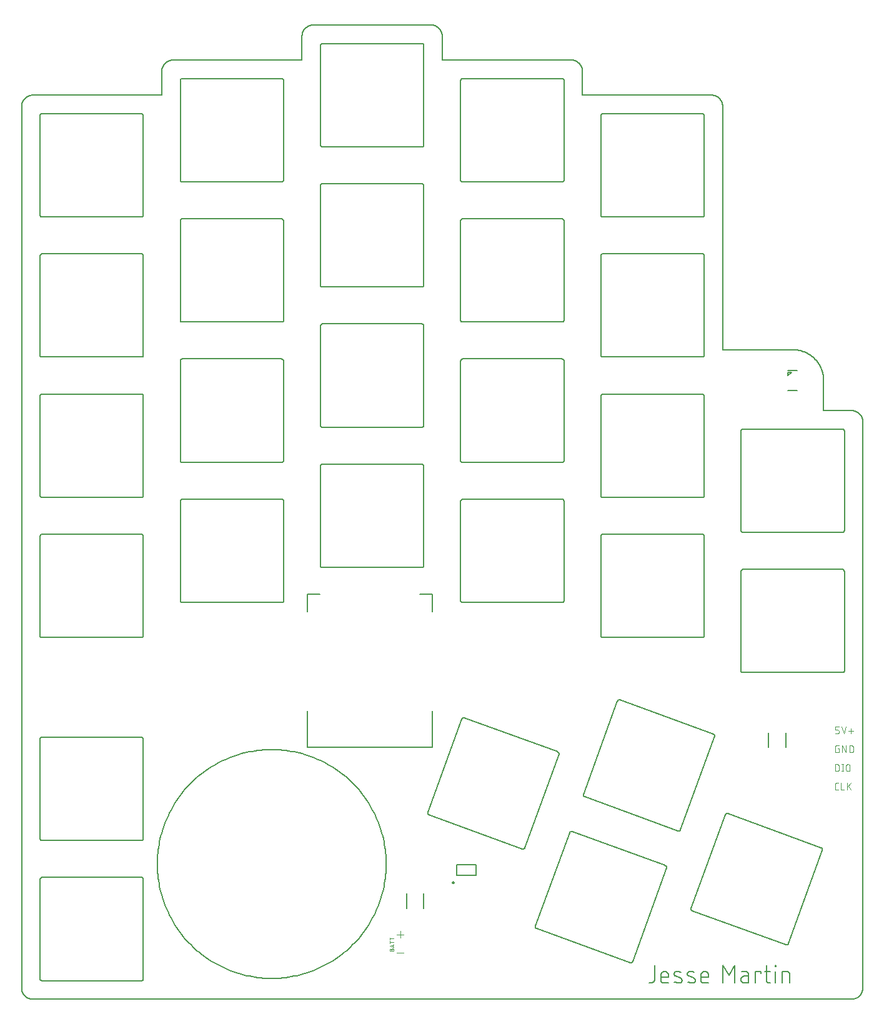
<source format=gto>
G75*
%MOIN*%
%OFA0B0*%
%FSLAX25Y25*%
%IPPOS*%
%LPD*%
%AMOC8*
5,1,8,0,0,1.08239X$1,22.5*
%
%ADD10C,0.00600*%
%ADD11C,0.00800*%
%ADD12C,0.00300*%
%ADD13C,0.00400*%
%ADD14C,0.00200*%
%ADD15C,0.00500*%
%ADD16C,0.00787*%
D10*
X0089883Y0074135D02*
X0089883Y0544607D01*
X0089882Y0544607D02*
X0089884Y0544759D01*
X0089890Y0544911D01*
X0089900Y0545063D01*
X0089913Y0545214D01*
X0089931Y0545365D01*
X0089952Y0545516D01*
X0089978Y0545666D01*
X0090007Y0545815D01*
X0090040Y0545964D01*
X0090077Y0546111D01*
X0090117Y0546258D01*
X0090162Y0546403D01*
X0090210Y0546547D01*
X0090262Y0546690D01*
X0090317Y0546832D01*
X0090376Y0546972D01*
X0090439Y0547111D01*
X0090505Y0547248D01*
X0090575Y0547383D01*
X0090648Y0547516D01*
X0090725Y0547647D01*
X0090805Y0547777D01*
X0090888Y0547904D01*
X0090974Y0548029D01*
X0091064Y0548152D01*
X0091157Y0548272D01*
X0091253Y0548390D01*
X0091352Y0548506D01*
X0091454Y0548619D01*
X0091558Y0548729D01*
X0091666Y0548837D01*
X0091776Y0548941D01*
X0091889Y0549043D01*
X0092005Y0549142D01*
X0092123Y0549238D01*
X0092243Y0549331D01*
X0092366Y0549421D01*
X0092491Y0549507D01*
X0092618Y0549590D01*
X0092748Y0549670D01*
X0092879Y0549747D01*
X0093012Y0549820D01*
X0093147Y0549890D01*
X0093284Y0549956D01*
X0093423Y0550019D01*
X0093563Y0550078D01*
X0093705Y0550133D01*
X0093848Y0550185D01*
X0093992Y0550233D01*
X0094137Y0550278D01*
X0094284Y0550318D01*
X0094431Y0550355D01*
X0094580Y0550388D01*
X0094729Y0550417D01*
X0094879Y0550443D01*
X0095030Y0550464D01*
X0095181Y0550482D01*
X0095332Y0550495D01*
X0095484Y0550505D01*
X0095636Y0550511D01*
X0095788Y0550513D01*
X0164686Y0550513D01*
X0164686Y0563308D01*
X0164685Y0563308D02*
X0164687Y0563460D01*
X0164693Y0563612D01*
X0164703Y0563764D01*
X0164716Y0563915D01*
X0164734Y0564066D01*
X0164755Y0564217D01*
X0164781Y0564367D01*
X0164810Y0564516D01*
X0164843Y0564665D01*
X0164880Y0564812D01*
X0164920Y0564959D01*
X0164965Y0565104D01*
X0165013Y0565248D01*
X0165065Y0565391D01*
X0165120Y0565533D01*
X0165179Y0565673D01*
X0165242Y0565812D01*
X0165308Y0565949D01*
X0165378Y0566084D01*
X0165451Y0566217D01*
X0165528Y0566348D01*
X0165608Y0566478D01*
X0165691Y0566605D01*
X0165777Y0566730D01*
X0165867Y0566853D01*
X0165960Y0566973D01*
X0166056Y0567091D01*
X0166155Y0567207D01*
X0166257Y0567320D01*
X0166361Y0567430D01*
X0166469Y0567538D01*
X0166579Y0567642D01*
X0166692Y0567744D01*
X0166808Y0567843D01*
X0166926Y0567939D01*
X0167046Y0568032D01*
X0167169Y0568122D01*
X0167294Y0568208D01*
X0167421Y0568291D01*
X0167551Y0568371D01*
X0167682Y0568448D01*
X0167815Y0568521D01*
X0167950Y0568591D01*
X0168087Y0568657D01*
X0168226Y0568720D01*
X0168366Y0568779D01*
X0168508Y0568834D01*
X0168651Y0568886D01*
X0168795Y0568934D01*
X0168940Y0568979D01*
X0169087Y0569019D01*
X0169234Y0569056D01*
X0169383Y0569089D01*
X0169532Y0569118D01*
X0169682Y0569144D01*
X0169833Y0569165D01*
X0169984Y0569183D01*
X0170135Y0569196D01*
X0170287Y0569206D01*
X0170439Y0569212D01*
X0170591Y0569214D01*
X0170591Y0569213D02*
X0239489Y0569213D01*
X0239489Y0582009D01*
X0239488Y0582009D02*
X0239490Y0582161D01*
X0239496Y0582313D01*
X0239506Y0582465D01*
X0239519Y0582616D01*
X0239537Y0582767D01*
X0239558Y0582918D01*
X0239584Y0583068D01*
X0239613Y0583217D01*
X0239646Y0583366D01*
X0239683Y0583513D01*
X0239723Y0583660D01*
X0239768Y0583805D01*
X0239816Y0583949D01*
X0239868Y0584092D01*
X0239923Y0584234D01*
X0239982Y0584374D01*
X0240045Y0584513D01*
X0240111Y0584650D01*
X0240181Y0584785D01*
X0240254Y0584918D01*
X0240331Y0585049D01*
X0240411Y0585179D01*
X0240494Y0585306D01*
X0240580Y0585431D01*
X0240670Y0585554D01*
X0240763Y0585674D01*
X0240859Y0585792D01*
X0240958Y0585908D01*
X0241060Y0586021D01*
X0241164Y0586131D01*
X0241272Y0586239D01*
X0241382Y0586343D01*
X0241495Y0586445D01*
X0241611Y0586544D01*
X0241729Y0586640D01*
X0241849Y0586733D01*
X0241972Y0586823D01*
X0242097Y0586909D01*
X0242224Y0586992D01*
X0242354Y0587072D01*
X0242485Y0587149D01*
X0242618Y0587222D01*
X0242753Y0587292D01*
X0242890Y0587358D01*
X0243029Y0587421D01*
X0243169Y0587480D01*
X0243311Y0587535D01*
X0243454Y0587587D01*
X0243598Y0587635D01*
X0243743Y0587680D01*
X0243890Y0587720D01*
X0244037Y0587757D01*
X0244186Y0587790D01*
X0244335Y0587819D01*
X0244485Y0587845D01*
X0244636Y0587866D01*
X0244787Y0587884D01*
X0244938Y0587897D01*
X0245090Y0587907D01*
X0245242Y0587913D01*
X0245394Y0587915D01*
X0245394Y0587914D02*
X0308387Y0587914D01*
X0308387Y0587915D02*
X0308539Y0587913D01*
X0308691Y0587907D01*
X0308843Y0587897D01*
X0308994Y0587884D01*
X0309145Y0587866D01*
X0309296Y0587845D01*
X0309446Y0587819D01*
X0309595Y0587790D01*
X0309744Y0587757D01*
X0309891Y0587720D01*
X0310038Y0587680D01*
X0310183Y0587635D01*
X0310327Y0587587D01*
X0310470Y0587535D01*
X0310612Y0587480D01*
X0310752Y0587421D01*
X0310891Y0587358D01*
X0311028Y0587292D01*
X0311163Y0587222D01*
X0311296Y0587149D01*
X0311427Y0587072D01*
X0311557Y0586992D01*
X0311684Y0586909D01*
X0311809Y0586823D01*
X0311932Y0586733D01*
X0312052Y0586640D01*
X0312170Y0586544D01*
X0312286Y0586445D01*
X0312399Y0586343D01*
X0312509Y0586239D01*
X0312617Y0586131D01*
X0312721Y0586021D01*
X0312823Y0585908D01*
X0312922Y0585792D01*
X0313018Y0585674D01*
X0313111Y0585554D01*
X0313201Y0585431D01*
X0313287Y0585306D01*
X0313370Y0585179D01*
X0313450Y0585049D01*
X0313527Y0584918D01*
X0313600Y0584785D01*
X0313670Y0584650D01*
X0313736Y0584513D01*
X0313799Y0584374D01*
X0313858Y0584234D01*
X0313913Y0584092D01*
X0313965Y0583949D01*
X0314013Y0583805D01*
X0314058Y0583660D01*
X0314098Y0583513D01*
X0314135Y0583366D01*
X0314168Y0583217D01*
X0314197Y0583068D01*
X0314223Y0582918D01*
X0314244Y0582767D01*
X0314262Y0582616D01*
X0314275Y0582465D01*
X0314285Y0582313D01*
X0314291Y0582161D01*
X0314293Y0582009D01*
X0314292Y0582009D02*
X0314292Y0569213D01*
X0383190Y0569213D01*
X0383190Y0569214D02*
X0383342Y0569212D01*
X0383494Y0569206D01*
X0383646Y0569196D01*
X0383797Y0569183D01*
X0383948Y0569165D01*
X0384099Y0569144D01*
X0384249Y0569118D01*
X0384398Y0569089D01*
X0384547Y0569056D01*
X0384694Y0569019D01*
X0384841Y0568979D01*
X0384986Y0568934D01*
X0385130Y0568886D01*
X0385273Y0568834D01*
X0385415Y0568779D01*
X0385555Y0568720D01*
X0385694Y0568657D01*
X0385831Y0568591D01*
X0385966Y0568521D01*
X0386099Y0568448D01*
X0386230Y0568371D01*
X0386360Y0568291D01*
X0386487Y0568208D01*
X0386612Y0568122D01*
X0386735Y0568032D01*
X0386855Y0567939D01*
X0386973Y0567843D01*
X0387089Y0567744D01*
X0387202Y0567642D01*
X0387312Y0567538D01*
X0387420Y0567430D01*
X0387524Y0567320D01*
X0387626Y0567207D01*
X0387725Y0567091D01*
X0387821Y0566973D01*
X0387914Y0566853D01*
X0388004Y0566730D01*
X0388090Y0566605D01*
X0388173Y0566478D01*
X0388253Y0566348D01*
X0388330Y0566217D01*
X0388403Y0566084D01*
X0388473Y0565949D01*
X0388539Y0565812D01*
X0388602Y0565673D01*
X0388661Y0565533D01*
X0388716Y0565391D01*
X0388768Y0565248D01*
X0388816Y0565104D01*
X0388861Y0564959D01*
X0388901Y0564812D01*
X0388938Y0564665D01*
X0388971Y0564516D01*
X0389000Y0564367D01*
X0389026Y0564217D01*
X0389047Y0564066D01*
X0389065Y0563915D01*
X0389078Y0563764D01*
X0389088Y0563612D01*
X0389094Y0563460D01*
X0389096Y0563308D01*
X0389095Y0563308D02*
X0389095Y0550513D01*
X0457993Y0550513D01*
X0458145Y0550511D01*
X0458297Y0550505D01*
X0458449Y0550495D01*
X0458600Y0550482D01*
X0458751Y0550464D01*
X0458902Y0550443D01*
X0459052Y0550417D01*
X0459201Y0550388D01*
X0459350Y0550355D01*
X0459497Y0550318D01*
X0459644Y0550278D01*
X0459789Y0550233D01*
X0459933Y0550185D01*
X0460076Y0550133D01*
X0460218Y0550078D01*
X0460358Y0550019D01*
X0460497Y0549956D01*
X0460634Y0549890D01*
X0460769Y0549820D01*
X0460902Y0549747D01*
X0461033Y0549670D01*
X0461163Y0549590D01*
X0461290Y0549507D01*
X0461415Y0549421D01*
X0461538Y0549331D01*
X0461658Y0549238D01*
X0461776Y0549142D01*
X0461892Y0549043D01*
X0462005Y0548941D01*
X0462115Y0548837D01*
X0462223Y0548729D01*
X0462327Y0548619D01*
X0462429Y0548506D01*
X0462528Y0548390D01*
X0462624Y0548272D01*
X0462717Y0548152D01*
X0462807Y0548029D01*
X0462893Y0547904D01*
X0462976Y0547777D01*
X0463056Y0547647D01*
X0463133Y0547516D01*
X0463206Y0547383D01*
X0463276Y0547248D01*
X0463342Y0547111D01*
X0463405Y0546972D01*
X0463464Y0546832D01*
X0463519Y0546690D01*
X0463571Y0546547D01*
X0463619Y0546403D01*
X0463664Y0546258D01*
X0463704Y0546111D01*
X0463741Y0545964D01*
X0463774Y0545815D01*
X0463803Y0545666D01*
X0463829Y0545516D01*
X0463850Y0545365D01*
X0463868Y0545214D01*
X0463881Y0545063D01*
X0463891Y0544911D01*
X0463897Y0544759D01*
X0463899Y0544607D01*
X0463898Y0544607D02*
X0463898Y0414686D01*
X0501300Y0414686D01*
X0501300Y0414685D02*
X0501700Y0414680D01*
X0502099Y0414666D01*
X0502498Y0414642D01*
X0502896Y0414608D01*
X0503293Y0414564D01*
X0503689Y0414511D01*
X0504084Y0414449D01*
X0504477Y0414377D01*
X0504868Y0414295D01*
X0505257Y0414205D01*
X0505644Y0414104D01*
X0506028Y0413995D01*
X0506410Y0413876D01*
X0506788Y0413748D01*
X0507163Y0413610D01*
X0507535Y0413464D01*
X0507903Y0413309D01*
X0508268Y0413145D01*
X0508628Y0412972D01*
X0508984Y0412791D01*
X0509336Y0412601D01*
X0509683Y0412403D01*
X0510025Y0412196D01*
X0510361Y0411981D01*
X0510693Y0411758D01*
X0511019Y0411527D01*
X0511339Y0411288D01*
X0511654Y0411042D01*
X0511962Y0410788D01*
X0512265Y0410527D01*
X0512561Y0410258D01*
X0512850Y0409982D01*
X0513132Y0409700D01*
X0513408Y0409411D01*
X0513677Y0409115D01*
X0513938Y0408812D01*
X0514192Y0408504D01*
X0514438Y0408189D01*
X0514677Y0407869D01*
X0514908Y0407543D01*
X0515131Y0407211D01*
X0515346Y0406875D01*
X0515553Y0406533D01*
X0515751Y0406186D01*
X0515941Y0405834D01*
X0516122Y0405478D01*
X0516295Y0405118D01*
X0516459Y0404753D01*
X0516614Y0404385D01*
X0516760Y0404013D01*
X0516898Y0403638D01*
X0517026Y0403260D01*
X0517145Y0402878D01*
X0517254Y0402494D01*
X0517355Y0402107D01*
X0517445Y0401718D01*
X0517527Y0401327D01*
X0517599Y0400934D01*
X0517661Y0400539D01*
X0517714Y0400143D01*
X0517758Y0399746D01*
X0517792Y0399348D01*
X0517816Y0398949D01*
X0517830Y0398550D01*
X0517835Y0398150D01*
X0517835Y0382206D01*
X0532796Y0382206D01*
X0532948Y0382204D01*
X0533100Y0382198D01*
X0533252Y0382188D01*
X0533403Y0382175D01*
X0533554Y0382157D01*
X0533705Y0382136D01*
X0533855Y0382110D01*
X0534004Y0382081D01*
X0534153Y0382048D01*
X0534300Y0382011D01*
X0534447Y0381971D01*
X0534592Y0381926D01*
X0534736Y0381878D01*
X0534879Y0381826D01*
X0535021Y0381771D01*
X0535161Y0381712D01*
X0535300Y0381649D01*
X0535437Y0381583D01*
X0535572Y0381513D01*
X0535705Y0381440D01*
X0535836Y0381363D01*
X0535966Y0381283D01*
X0536093Y0381200D01*
X0536218Y0381114D01*
X0536341Y0381024D01*
X0536461Y0380931D01*
X0536579Y0380835D01*
X0536695Y0380736D01*
X0536808Y0380634D01*
X0536918Y0380530D01*
X0537026Y0380422D01*
X0537130Y0380312D01*
X0537232Y0380199D01*
X0537331Y0380083D01*
X0537427Y0379965D01*
X0537520Y0379845D01*
X0537610Y0379722D01*
X0537696Y0379597D01*
X0537779Y0379470D01*
X0537859Y0379340D01*
X0537936Y0379209D01*
X0538009Y0379076D01*
X0538079Y0378941D01*
X0538145Y0378804D01*
X0538208Y0378665D01*
X0538267Y0378525D01*
X0538322Y0378383D01*
X0538374Y0378240D01*
X0538422Y0378096D01*
X0538467Y0377951D01*
X0538507Y0377804D01*
X0538544Y0377657D01*
X0538577Y0377508D01*
X0538606Y0377359D01*
X0538632Y0377209D01*
X0538653Y0377058D01*
X0538671Y0376907D01*
X0538684Y0376756D01*
X0538694Y0376604D01*
X0538700Y0376452D01*
X0538702Y0376300D01*
X0538702Y0074135D01*
X0538700Y0073983D01*
X0538694Y0073831D01*
X0538684Y0073679D01*
X0538671Y0073528D01*
X0538653Y0073377D01*
X0538632Y0073226D01*
X0538606Y0073076D01*
X0538577Y0072927D01*
X0538544Y0072778D01*
X0538507Y0072631D01*
X0538467Y0072484D01*
X0538422Y0072339D01*
X0538374Y0072195D01*
X0538322Y0072052D01*
X0538267Y0071910D01*
X0538208Y0071770D01*
X0538145Y0071631D01*
X0538079Y0071494D01*
X0538009Y0071359D01*
X0537936Y0071226D01*
X0537859Y0071095D01*
X0537779Y0070965D01*
X0537696Y0070838D01*
X0537610Y0070713D01*
X0537520Y0070590D01*
X0537427Y0070470D01*
X0537331Y0070352D01*
X0537232Y0070236D01*
X0537130Y0070123D01*
X0537026Y0070013D01*
X0536918Y0069905D01*
X0536808Y0069801D01*
X0536695Y0069699D01*
X0536579Y0069600D01*
X0536461Y0069504D01*
X0536341Y0069411D01*
X0536218Y0069321D01*
X0536093Y0069235D01*
X0535966Y0069152D01*
X0535836Y0069072D01*
X0535705Y0068995D01*
X0535572Y0068922D01*
X0535437Y0068852D01*
X0535300Y0068786D01*
X0535161Y0068723D01*
X0535021Y0068664D01*
X0534879Y0068609D01*
X0534736Y0068557D01*
X0534592Y0068509D01*
X0534447Y0068464D01*
X0534300Y0068424D01*
X0534153Y0068387D01*
X0534004Y0068354D01*
X0533855Y0068325D01*
X0533705Y0068299D01*
X0533554Y0068278D01*
X0533403Y0068260D01*
X0533252Y0068247D01*
X0533100Y0068237D01*
X0532948Y0068231D01*
X0532796Y0068229D01*
X0095788Y0068229D01*
X0095636Y0068231D01*
X0095484Y0068237D01*
X0095332Y0068247D01*
X0095181Y0068260D01*
X0095030Y0068278D01*
X0094879Y0068299D01*
X0094729Y0068325D01*
X0094580Y0068354D01*
X0094431Y0068387D01*
X0094284Y0068424D01*
X0094137Y0068464D01*
X0093992Y0068509D01*
X0093848Y0068557D01*
X0093705Y0068609D01*
X0093563Y0068664D01*
X0093423Y0068723D01*
X0093284Y0068786D01*
X0093147Y0068852D01*
X0093012Y0068922D01*
X0092879Y0068995D01*
X0092748Y0069072D01*
X0092618Y0069152D01*
X0092491Y0069235D01*
X0092366Y0069321D01*
X0092243Y0069411D01*
X0092123Y0069504D01*
X0092005Y0069600D01*
X0091889Y0069699D01*
X0091776Y0069801D01*
X0091666Y0069905D01*
X0091558Y0070013D01*
X0091454Y0070123D01*
X0091352Y0070236D01*
X0091253Y0070352D01*
X0091157Y0070470D01*
X0091064Y0070590D01*
X0090974Y0070713D01*
X0090888Y0070838D01*
X0090805Y0070965D01*
X0090725Y0071095D01*
X0090648Y0071226D01*
X0090575Y0071359D01*
X0090505Y0071494D01*
X0090439Y0071631D01*
X0090376Y0071770D01*
X0090317Y0071910D01*
X0090262Y0072052D01*
X0090210Y0072195D01*
X0090162Y0072339D01*
X0090117Y0072484D01*
X0090077Y0072631D01*
X0090040Y0072778D01*
X0090007Y0072927D01*
X0089978Y0073076D01*
X0089952Y0073226D01*
X0089931Y0073377D01*
X0089913Y0073528D01*
X0089900Y0073679D01*
X0089890Y0073831D01*
X0089884Y0073983D01*
X0089882Y0074135D01*
X0162323Y0140276D02*
X0162341Y0141774D01*
X0162397Y0143270D01*
X0162488Y0144765D01*
X0162617Y0146257D01*
X0162782Y0147746D01*
X0162983Y0149230D01*
X0163221Y0150709D01*
X0163496Y0152181D01*
X0163806Y0153646D01*
X0164152Y0155104D01*
X0164534Y0156552D01*
X0164951Y0157990D01*
X0165403Y0159418D01*
X0165890Y0160834D01*
X0166412Y0162238D01*
X0166968Y0163629D01*
X0167558Y0165005D01*
X0168182Y0166367D01*
X0168839Y0167713D01*
X0169529Y0169043D01*
X0170251Y0170355D01*
X0171005Y0171649D01*
X0171791Y0172924D01*
X0172607Y0174179D01*
X0173455Y0175414D01*
X0174332Y0176628D01*
X0175239Y0177820D01*
X0176175Y0178989D01*
X0177139Y0180135D01*
X0178131Y0181257D01*
X0179151Y0182355D01*
X0180197Y0183426D01*
X0181268Y0184472D01*
X0182366Y0185492D01*
X0183488Y0186484D01*
X0184634Y0187448D01*
X0185803Y0188384D01*
X0186995Y0189291D01*
X0188209Y0190168D01*
X0189444Y0191016D01*
X0190699Y0191832D01*
X0191974Y0192618D01*
X0193268Y0193372D01*
X0194580Y0194094D01*
X0195910Y0194784D01*
X0197256Y0195441D01*
X0198618Y0196065D01*
X0199994Y0196655D01*
X0201385Y0197211D01*
X0202789Y0197733D01*
X0204205Y0198220D01*
X0205633Y0198672D01*
X0207071Y0199089D01*
X0208519Y0199471D01*
X0209977Y0199817D01*
X0211442Y0200127D01*
X0212914Y0200402D01*
X0214393Y0200640D01*
X0215877Y0200841D01*
X0217366Y0201006D01*
X0218858Y0201135D01*
X0220353Y0201226D01*
X0221849Y0201282D01*
X0223347Y0201300D01*
X0224845Y0201282D01*
X0226341Y0201226D01*
X0227836Y0201135D01*
X0229328Y0201006D01*
X0230817Y0200841D01*
X0232301Y0200640D01*
X0233780Y0200402D01*
X0235252Y0200127D01*
X0236717Y0199817D01*
X0238175Y0199471D01*
X0239623Y0199089D01*
X0241061Y0198672D01*
X0242489Y0198220D01*
X0243905Y0197733D01*
X0245309Y0197211D01*
X0246700Y0196655D01*
X0248076Y0196065D01*
X0249438Y0195441D01*
X0250784Y0194784D01*
X0252114Y0194094D01*
X0253426Y0193372D01*
X0254720Y0192618D01*
X0255995Y0191832D01*
X0257250Y0191016D01*
X0258485Y0190168D01*
X0259699Y0189291D01*
X0260891Y0188384D01*
X0262060Y0187448D01*
X0263206Y0186484D01*
X0264328Y0185492D01*
X0265426Y0184472D01*
X0266497Y0183426D01*
X0267543Y0182355D01*
X0268563Y0181257D01*
X0269555Y0180135D01*
X0270519Y0178989D01*
X0271455Y0177820D01*
X0272362Y0176628D01*
X0273239Y0175414D01*
X0274087Y0174179D01*
X0274903Y0172924D01*
X0275689Y0171649D01*
X0276443Y0170355D01*
X0277165Y0169043D01*
X0277855Y0167713D01*
X0278512Y0166367D01*
X0279136Y0165005D01*
X0279726Y0163629D01*
X0280282Y0162238D01*
X0280804Y0160834D01*
X0281291Y0159418D01*
X0281743Y0157990D01*
X0282160Y0156552D01*
X0282542Y0155104D01*
X0282888Y0153646D01*
X0283198Y0152181D01*
X0283473Y0150709D01*
X0283711Y0149230D01*
X0283912Y0147746D01*
X0284077Y0146257D01*
X0284206Y0144765D01*
X0284297Y0143270D01*
X0284353Y0141774D01*
X0284371Y0140276D01*
X0284353Y0138778D01*
X0284297Y0137282D01*
X0284206Y0135787D01*
X0284077Y0134295D01*
X0283912Y0132806D01*
X0283711Y0131322D01*
X0283473Y0129843D01*
X0283198Y0128371D01*
X0282888Y0126906D01*
X0282542Y0125448D01*
X0282160Y0124000D01*
X0281743Y0122562D01*
X0281291Y0121134D01*
X0280804Y0119718D01*
X0280282Y0118314D01*
X0279726Y0116923D01*
X0279136Y0115547D01*
X0278512Y0114185D01*
X0277855Y0112839D01*
X0277165Y0111509D01*
X0276443Y0110197D01*
X0275689Y0108903D01*
X0274903Y0107628D01*
X0274087Y0106373D01*
X0273239Y0105138D01*
X0272362Y0103924D01*
X0271455Y0102732D01*
X0270519Y0101563D01*
X0269555Y0100417D01*
X0268563Y0099295D01*
X0267543Y0098197D01*
X0266497Y0097126D01*
X0265426Y0096080D01*
X0264328Y0095060D01*
X0263206Y0094068D01*
X0262060Y0093104D01*
X0260891Y0092168D01*
X0259699Y0091261D01*
X0258485Y0090384D01*
X0257250Y0089536D01*
X0255995Y0088720D01*
X0254720Y0087934D01*
X0253426Y0087180D01*
X0252114Y0086458D01*
X0250784Y0085768D01*
X0249438Y0085111D01*
X0248076Y0084487D01*
X0246700Y0083897D01*
X0245309Y0083341D01*
X0243905Y0082819D01*
X0242489Y0082332D01*
X0241061Y0081880D01*
X0239623Y0081463D01*
X0238175Y0081081D01*
X0236717Y0080735D01*
X0235252Y0080425D01*
X0233780Y0080150D01*
X0232301Y0079912D01*
X0230817Y0079711D01*
X0229328Y0079546D01*
X0227836Y0079417D01*
X0226341Y0079326D01*
X0224845Y0079270D01*
X0223347Y0079252D01*
X0221849Y0079270D01*
X0220353Y0079326D01*
X0218858Y0079417D01*
X0217366Y0079546D01*
X0215877Y0079711D01*
X0214393Y0079912D01*
X0212914Y0080150D01*
X0211442Y0080425D01*
X0209977Y0080735D01*
X0208519Y0081081D01*
X0207071Y0081463D01*
X0205633Y0081880D01*
X0204205Y0082332D01*
X0202789Y0082819D01*
X0201385Y0083341D01*
X0199994Y0083897D01*
X0198618Y0084487D01*
X0197256Y0085111D01*
X0195910Y0085768D01*
X0194580Y0086458D01*
X0193268Y0087180D01*
X0191974Y0087934D01*
X0190699Y0088720D01*
X0189444Y0089536D01*
X0188209Y0090384D01*
X0186995Y0091261D01*
X0185803Y0092168D01*
X0184634Y0093104D01*
X0183488Y0094068D01*
X0182366Y0095060D01*
X0181268Y0096080D01*
X0180197Y0097126D01*
X0179151Y0098197D01*
X0178131Y0099295D01*
X0177139Y0100417D01*
X0176175Y0101563D01*
X0175239Y0102732D01*
X0174332Y0103924D01*
X0173455Y0105138D01*
X0172607Y0106373D01*
X0171791Y0107628D01*
X0171005Y0108903D01*
X0170251Y0110197D01*
X0169529Y0111509D01*
X0168839Y0112839D01*
X0168182Y0114185D01*
X0167558Y0115547D01*
X0166968Y0116923D01*
X0166412Y0118314D01*
X0165890Y0119718D01*
X0165403Y0121134D01*
X0164951Y0122562D01*
X0164534Y0124000D01*
X0164152Y0125448D01*
X0163806Y0126906D01*
X0163496Y0128371D01*
X0163221Y0129843D01*
X0162983Y0131322D01*
X0162782Y0132806D01*
X0162617Y0134295D01*
X0162488Y0135787D01*
X0162397Y0137282D01*
X0162341Y0138778D01*
X0162323Y0140276D01*
D11*
X0424535Y0076897D02*
X0425557Y0076897D01*
X0425646Y0076899D01*
X0425735Y0076905D01*
X0425824Y0076914D01*
X0425912Y0076928D01*
X0425999Y0076945D01*
X0426086Y0076967D01*
X0426172Y0076992D01*
X0426256Y0077020D01*
X0426339Y0077053D01*
X0426421Y0077089D01*
X0426501Y0077128D01*
X0426579Y0077171D01*
X0426655Y0077217D01*
X0426729Y0077267D01*
X0426801Y0077319D01*
X0426871Y0077375D01*
X0426938Y0077434D01*
X0427002Y0077496D01*
X0427064Y0077560D01*
X0427123Y0077627D01*
X0427179Y0077697D01*
X0427231Y0077769D01*
X0427281Y0077843D01*
X0427327Y0077919D01*
X0427370Y0077997D01*
X0427409Y0078077D01*
X0427445Y0078159D01*
X0427478Y0078242D01*
X0427506Y0078326D01*
X0427531Y0078412D01*
X0427553Y0078499D01*
X0427570Y0078586D01*
X0427584Y0078674D01*
X0427593Y0078763D01*
X0427599Y0078852D01*
X0427601Y0078941D01*
X0427601Y0086097D01*
X0430936Y0080986D02*
X0430936Y0078430D01*
X0430938Y0078355D01*
X0430943Y0078280D01*
X0430953Y0078205D01*
X0430965Y0078131D01*
X0430982Y0078058D01*
X0431002Y0077985D01*
X0431026Y0077914D01*
X0431053Y0077843D01*
X0431083Y0077775D01*
X0431117Y0077707D01*
X0431154Y0077642D01*
X0431194Y0077578D01*
X0431238Y0077517D01*
X0431284Y0077457D01*
X0431333Y0077401D01*
X0431385Y0077346D01*
X0431440Y0077294D01*
X0431496Y0077245D01*
X0431556Y0077199D01*
X0431617Y0077155D01*
X0431681Y0077115D01*
X0431746Y0077078D01*
X0431814Y0077044D01*
X0431882Y0077014D01*
X0431953Y0076987D01*
X0432024Y0076963D01*
X0432097Y0076943D01*
X0432170Y0076926D01*
X0432244Y0076914D01*
X0432319Y0076904D01*
X0432394Y0076899D01*
X0432469Y0076897D01*
X0435024Y0076897D01*
X0435024Y0079964D02*
X0430936Y0079964D01*
X0430936Y0080986D02*
X0430938Y0081075D01*
X0430944Y0081164D01*
X0430953Y0081253D01*
X0430967Y0081341D01*
X0430984Y0081428D01*
X0431006Y0081515D01*
X0431031Y0081601D01*
X0431059Y0081685D01*
X0431092Y0081768D01*
X0431128Y0081850D01*
X0431167Y0081930D01*
X0431210Y0082008D01*
X0431256Y0082084D01*
X0431306Y0082158D01*
X0431358Y0082230D01*
X0431414Y0082300D01*
X0431473Y0082367D01*
X0431535Y0082431D01*
X0431599Y0082493D01*
X0431666Y0082552D01*
X0431736Y0082608D01*
X0431808Y0082660D01*
X0431882Y0082710D01*
X0431958Y0082756D01*
X0432036Y0082799D01*
X0432116Y0082838D01*
X0432198Y0082874D01*
X0432281Y0082907D01*
X0432365Y0082935D01*
X0432451Y0082960D01*
X0432538Y0082982D01*
X0432625Y0082999D01*
X0432713Y0083013D01*
X0432802Y0083022D01*
X0432891Y0083028D01*
X0432980Y0083030D01*
X0433069Y0083028D01*
X0433158Y0083022D01*
X0433247Y0083013D01*
X0433335Y0082999D01*
X0433422Y0082982D01*
X0433509Y0082960D01*
X0433595Y0082935D01*
X0433679Y0082907D01*
X0433762Y0082874D01*
X0433844Y0082838D01*
X0433924Y0082799D01*
X0434002Y0082756D01*
X0434078Y0082710D01*
X0434152Y0082660D01*
X0434224Y0082608D01*
X0434294Y0082552D01*
X0434361Y0082493D01*
X0434425Y0082431D01*
X0434487Y0082367D01*
X0434546Y0082300D01*
X0434602Y0082230D01*
X0434654Y0082158D01*
X0434704Y0082084D01*
X0434750Y0082008D01*
X0434793Y0081930D01*
X0434832Y0081850D01*
X0434868Y0081768D01*
X0434901Y0081685D01*
X0434929Y0081601D01*
X0434954Y0081515D01*
X0434976Y0081428D01*
X0434993Y0081341D01*
X0435007Y0081253D01*
X0435016Y0081164D01*
X0435022Y0081075D01*
X0435024Y0080986D01*
X0435024Y0079964D01*
X0438826Y0080475D02*
X0441382Y0079452D01*
X0441448Y0079424D01*
X0441513Y0079391D01*
X0441576Y0079356D01*
X0441636Y0079317D01*
X0441695Y0079275D01*
X0441751Y0079229D01*
X0441804Y0079181D01*
X0441855Y0079130D01*
X0441903Y0079076D01*
X0441948Y0079020D01*
X0441990Y0078961D01*
X0442028Y0078900D01*
X0442064Y0078837D01*
X0442095Y0078772D01*
X0442123Y0078706D01*
X0442148Y0078638D01*
X0442169Y0078569D01*
X0442186Y0078499D01*
X0442199Y0078428D01*
X0442208Y0078357D01*
X0442214Y0078285D01*
X0442215Y0078213D01*
X0442213Y0078141D01*
X0442206Y0078069D01*
X0442196Y0077998D01*
X0442182Y0077927D01*
X0442164Y0077857D01*
X0442142Y0077788D01*
X0442117Y0077721D01*
X0442088Y0077655D01*
X0442055Y0077591D01*
X0442019Y0077528D01*
X0441979Y0077468D01*
X0441937Y0077410D01*
X0441891Y0077354D01*
X0441842Y0077301D01*
X0441791Y0077250D01*
X0441737Y0077203D01*
X0441680Y0077158D01*
X0441621Y0077117D01*
X0441560Y0077079D01*
X0441497Y0077044D01*
X0441432Y0077013D01*
X0441365Y0076985D01*
X0441297Y0076961D01*
X0441228Y0076941D01*
X0441158Y0076924D01*
X0441087Y0076912D01*
X0441015Y0076903D01*
X0440943Y0076898D01*
X0440871Y0076897D01*
X0441637Y0082519D02*
X0441501Y0082578D01*
X0441363Y0082634D01*
X0441225Y0082686D01*
X0441084Y0082735D01*
X0440943Y0082780D01*
X0440801Y0082821D01*
X0440657Y0082859D01*
X0440513Y0082893D01*
X0440368Y0082923D01*
X0440222Y0082950D01*
X0440076Y0082973D01*
X0439928Y0082992D01*
X0439781Y0083007D01*
X0439633Y0083019D01*
X0439485Y0083026D01*
X0439337Y0083030D01*
X0439265Y0083029D01*
X0439193Y0083024D01*
X0439121Y0083015D01*
X0439050Y0083003D01*
X0438980Y0082986D01*
X0438911Y0082966D01*
X0438843Y0082942D01*
X0438776Y0082914D01*
X0438711Y0082883D01*
X0438648Y0082848D01*
X0438587Y0082810D01*
X0438528Y0082769D01*
X0438471Y0082724D01*
X0438417Y0082677D01*
X0438366Y0082626D01*
X0438317Y0082573D01*
X0438271Y0082517D01*
X0438229Y0082459D01*
X0438189Y0082399D01*
X0438153Y0082336D01*
X0438120Y0082272D01*
X0438091Y0082206D01*
X0438066Y0082139D01*
X0438044Y0082070D01*
X0438026Y0082000D01*
X0438012Y0081929D01*
X0438002Y0081858D01*
X0437995Y0081786D01*
X0437993Y0081714D01*
X0437994Y0081642D01*
X0438000Y0081570D01*
X0438009Y0081499D01*
X0438022Y0081428D01*
X0438039Y0081358D01*
X0438060Y0081289D01*
X0438085Y0081221D01*
X0438113Y0081155D01*
X0438144Y0081090D01*
X0438180Y0081027D01*
X0438218Y0080966D01*
X0438260Y0080907D01*
X0438305Y0080851D01*
X0438353Y0080797D01*
X0438404Y0080746D01*
X0438457Y0080698D01*
X0438513Y0080652D01*
X0438572Y0080610D01*
X0438632Y0080571D01*
X0438695Y0080536D01*
X0438760Y0080503D01*
X0438826Y0080475D01*
X0438059Y0077408D02*
X0438253Y0077341D01*
X0438448Y0077278D01*
X0438645Y0077220D01*
X0438843Y0077167D01*
X0439042Y0077119D01*
X0439242Y0077075D01*
X0439443Y0077036D01*
X0439646Y0077002D01*
X0439848Y0076972D01*
X0440052Y0076947D01*
X0440256Y0076927D01*
X0440461Y0076912D01*
X0440665Y0076902D01*
X0440870Y0076897D01*
X0446461Y0083030D02*
X0446609Y0083026D01*
X0446757Y0083019D01*
X0446905Y0083007D01*
X0447052Y0082992D01*
X0447200Y0082973D01*
X0447346Y0082950D01*
X0447492Y0082923D01*
X0447637Y0082893D01*
X0447781Y0082859D01*
X0447925Y0082821D01*
X0448067Y0082780D01*
X0448208Y0082735D01*
X0448349Y0082686D01*
X0448487Y0082634D01*
X0448625Y0082578D01*
X0448761Y0082519D01*
X0446461Y0083030D02*
X0446389Y0083029D01*
X0446317Y0083024D01*
X0446245Y0083015D01*
X0446174Y0083003D01*
X0446104Y0082986D01*
X0446035Y0082966D01*
X0445967Y0082942D01*
X0445900Y0082914D01*
X0445835Y0082883D01*
X0445772Y0082848D01*
X0445711Y0082810D01*
X0445652Y0082769D01*
X0445595Y0082724D01*
X0445541Y0082677D01*
X0445490Y0082626D01*
X0445441Y0082573D01*
X0445395Y0082517D01*
X0445353Y0082459D01*
X0445313Y0082399D01*
X0445277Y0082336D01*
X0445244Y0082272D01*
X0445215Y0082206D01*
X0445190Y0082139D01*
X0445168Y0082070D01*
X0445150Y0082000D01*
X0445136Y0081929D01*
X0445126Y0081858D01*
X0445119Y0081786D01*
X0445117Y0081714D01*
X0445118Y0081642D01*
X0445124Y0081570D01*
X0445133Y0081499D01*
X0445146Y0081428D01*
X0445163Y0081358D01*
X0445184Y0081289D01*
X0445209Y0081221D01*
X0445237Y0081155D01*
X0445268Y0081090D01*
X0445304Y0081027D01*
X0445342Y0080966D01*
X0445384Y0080907D01*
X0445429Y0080851D01*
X0445477Y0080797D01*
X0445528Y0080746D01*
X0445581Y0080698D01*
X0445637Y0080652D01*
X0445696Y0080610D01*
X0445756Y0080571D01*
X0445819Y0080536D01*
X0445884Y0080503D01*
X0445950Y0080475D01*
X0448506Y0079452D01*
X0448572Y0079424D01*
X0448637Y0079391D01*
X0448700Y0079356D01*
X0448760Y0079317D01*
X0448819Y0079275D01*
X0448875Y0079229D01*
X0448928Y0079181D01*
X0448979Y0079130D01*
X0449027Y0079076D01*
X0449072Y0079020D01*
X0449114Y0078961D01*
X0449152Y0078900D01*
X0449188Y0078837D01*
X0449219Y0078772D01*
X0449247Y0078706D01*
X0449272Y0078638D01*
X0449293Y0078569D01*
X0449310Y0078499D01*
X0449323Y0078428D01*
X0449332Y0078357D01*
X0449338Y0078285D01*
X0449339Y0078213D01*
X0449337Y0078141D01*
X0449330Y0078069D01*
X0449320Y0077998D01*
X0449306Y0077927D01*
X0449288Y0077857D01*
X0449266Y0077788D01*
X0449241Y0077721D01*
X0449212Y0077655D01*
X0449179Y0077591D01*
X0449143Y0077528D01*
X0449103Y0077468D01*
X0449061Y0077410D01*
X0449015Y0077354D01*
X0448966Y0077301D01*
X0448915Y0077250D01*
X0448861Y0077203D01*
X0448804Y0077158D01*
X0448745Y0077117D01*
X0448684Y0077079D01*
X0448621Y0077044D01*
X0448556Y0077013D01*
X0448489Y0076985D01*
X0448421Y0076961D01*
X0448352Y0076941D01*
X0448282Y0076924D01*
X0448211Y0076912D01*
X0448139Y0076903D01*
X0448067Y0076898D01*
X0447995Y0076897D01*
X0452307Y0078430D02*
X0452307Y0080986D01*
X0452307Y0079964D02*
X0456396Y0079964D01*
X0456396Y0080986D01*
X0456394Y0081075D01*
X0456388Y0081164D01*
X0456379Y0081253D01*
X0456365Y0081341D01*
X0456348Y0081428D01*
X0456326Y0081515D01*
X0456301Y0081601D01*
X0456273Y0081685D01*
X0456240Y0081768D01*
X0456204Y0081850D01*
X0456165Y0081930D01*
X0456122Y0082008D01*
X0456076Y0082084D01*
X0456026Y0082158D01*
X0455974Y0082230D01*
X0455918Y0082300D01*
X0455859Y0082367D01*
X0455797Y0082431D01*
X0455733Y0082493D01*
X0455666Y0082552D01*
X0455596Y0082608D01*
X0455524Y0082660D01*
X0455450Y0082710D01*
X0455374Y0082756D01*
X0455296Y0082799D01*
X0455216Y0082838D01*
X0455134Y0082874D01*
X0455051Y0082907D01*
X0454967Y0082935D01*
X0454881Y0082960D01*
X0454794Y0082982D01*
X0454707Y0082999D01*
X0454619Y0083013D01*
X0454530Y0083022D01*
X0454441Y0083028D01*
X0454352Y0083030D01*
X0454263Y0083028D01*
X0454174Y0083022D01*
X0454085Y0083013D01*
X0453997Y0082999D01*
X0453910Y0082982D01*
X0453823Y0082960D01*
X0453737Y0082935D01*
X0453653Y0082907D01*
X0453570Y0082874D01*
X0453488Y0082838D01*
X0453408Y0082799D01*
X0453330Y0082756D01*
X0453254Y0082710D01*
X0453180Y0082660D01*
X0453108Y0082608D01*
X0453038Y0082552D01*
X0452971Y0082493D01*
X0452907Y0082431D01*
X0452845Y0082367D01*
X0452786Y0082300D01*
X0452730Y0082230D01*
X0452678Y0082158D01*
X0452628Y0082084D01*
X0452582Y0082008D01*
X0452539Y0081930D01*
X0452500Y0081850D01*
X0452464Y0081768D01*
X0452431Y0081685D01*
X0452403Y0081601D01*
X0452378Y0081515D01*
X0452356Y0081428D01*
X0452339Y0081341D01*
X0452325Y0081253D01*
X0452316Y0081164D01*
X0452310Y0081075D01*
X0452308Y0080986D01*
X0452308Y0078430D02*
X0452310Y0078355D01*
X0452315Y0078280D01*
X0452325Y0078205D01*
X0452337Y0078131D01*
X0452354Y0078058D01*
X0452374Y0077985D01*
X0452398Y0077914D01*
X0452425Y0077843D01*
X0452455Y0077775D01*
X0452489Y0077707D01*
X0452526Y0077642D01*
X0452566Y0077578D01*
X0452610Y0077517D01*
X0452656Y0077457D01*
X0452705Y0077401D01*
X0452757Y0077346D01*
X0452812Y0077294D01*
X0452868Y0077245D01*
X0452928Y0077199D01*
X0452989Y0077155D01*
X0453053Y0077115D01*
X0453118Y0077078D01*
X0453186Y0077044D01*
X0453254Y0077014D01*
X0453325Y0076987D01*
X0453396Y0076963D01*
X0453469Y0076943D01*
X0453542Y0076926D01*
X0453616Y0076914D01*
X0453691Y0076904D01*
X0453766Y0076899D01*
X0453841Y0076897D01*
X0456396Y0076897D01*
X0464163Y0076897D02*
X0464163Y0086097D01*
X0467230Y0080986D01*
X0470297Y0086097D01*
X0470297Y0076897D01*
X0475448Y0076897D02*
X0477748Y0076897D01*
X0477748Y0081497D01*
X0477748Y0080475D02*
X0475448Y0080475D01*
X0477748Y0081497D02*
X0477746Y0081572D01*
X0477741Y0081647D01*
X0477731Y0081722D01*
X0477719Y0081796D01*
X0477702Y0081869D01*
X0477682Y0081942D01*
X0477658Y0082013D01*
X0477631Y0082084D01*
X0477601Y0082152D01*
X0477567Y0082220D01*
X0477530Y0082285D01*
X0477490Y0082349D01*
X0477446Y0082410D01*
X0477400Y0082470D01*
X0477351Y0082526D01*
X0477299Y0082581D01*
X0477244Y0082633D01*
X0477188Y0082682D01*
X0477128Y0082728D01*
X0477067Y0082772D01*
X0477003Y0082812D01*
X0476938Y0082849D01*
X0476870Y0082883D01*
X0476802Y0082913D01*
X0476731Y0082940D01*
X0476660Y0082964D01*
X0476587Y0082984D01*
X0476514Y0083001D01*
X0476440Y0083013D01*
X0476365Y0083023D01*
X0476290Y0083028D01*
X0476215Y0083030D01*
X0474170Y0083030D01*
X0475448Y0080475D02*
X0475364Y0080473D01*
X0475280Y0080467D01*
X0475197Y0080457D01*
X0475114Y0080444D01*
X0475032Y0080426D01*
X0474951Y0080405D01*
X0474871Y0080379D01*
X0474793Y0080351D01*
X0474715Y0080318D01*
X0474640Y0080282D01*
X0474566Y0080242D01*
X0474494Y0080199D01*
X0474424Y0080153D01*
X0474356Y0080103D01*
X0474291Y0080050D01*
X0474228Y0079995D01*
X0474168Y0079936D01*
X0474111Y0079875D01*
X0474057Y0079811D01*
X0474006Y0079744D01*
X0473958Y0079676D01*
X0473913Y0079605D01*
X0473871Y0079532D01*
X0473834Y0079457D01*
X0473799Y0079380D01*
X0473768Y0079302D01*
X0473741Y0079223D01*
X0473718Y0079142D01*
X0473699Y0079061D01*
X0473683Y0078978D01*
X0473671Y0078895D01*
X0473663Y0078812D01*
X0473659Y0078728D01*
X0473659Y0078644D01*
X0473663Y0078560D01*
X0473671Y0078477D01*
X0473683Y0078394D01*
X0473699Y0078311D01*
X0473718Y0078230D01*
X0473741Y0078149D01*
X0473768Y0078070D01*
X0473799Y0077992D01*
X0473834Y0077915D01*
X0473871Y0077840D01*
X0473913Y0077767D01*
X0473958Y0077696D01*
X0474006Y0077628D01*
X0474057Y0077561D01*
X0474111Y0077497D01*
X0474168Y0077436D01*
X0474228Y0077377D01*
X0474291Y0077322D01*
X0474356Y0077269D01*
X0474424Y0077219D01*
X0474494Y0077173D01*
X0474566Y0077130D01*
X0474640Y0077090D01*
X0474715Y0077054D01*
X0474793Y0077021D01*
X0474871Y0076993D01*
X0474951Y0076967D01*
X0475032Y0076946D01*
X0475114Y0076928D01*
X0475197Y0076915D01*
X0475280Y0076905D01*
X0475364Y0076899D01*
X0475448Y0076897D01*
X0481377Y0076897D02*
X0481377Y0083030D01*
X0484443Y0083030D01*
X0484443Y0082008D01*
X0486213Y0083030D02*
X0489280Y0083030D01*
X0492164Y0083030D02*
X0492164Y0076897D01*
X0489280Y0076897D02*
X0488769Y0076897D01*
X0488694Y0076899D01*
X0488619Y0076904D01*
X0488544Y0076914D01*
X0488470Y0076926D01*
X0488397Y0076943D01*
X0488324Y0076963D01*
X0488253Y0076987D01*
X0488182Y0077014D01*
X0488114Y0077044D01*
X0488046Y0077078D01*
X0487981Y0077115D01*
X0487917Y0077155D01*
X0487856Y0077199D01*
X0487796Y0077245D01*
X0487740Y0077294D01*
X0487685Y0077346D01*
X0487633Y0077401D01*
X0487584Y0077457D01*
X0487538Y0077517D01*
X0487494Y0077578D01*
X0487454Y0077642D01*
X0487417Y0077707D01*
X0487383Y0077775D01*
X0487353Y0077843D01*
X0487326Y0077914D01*
X0487302Y0077985D01*
X0487282Y0078058D01*
X0487265Y0078131D01*
X0487253Y0078205D01*
X0487243Y0078280D01*
X0487238Y0078355D01*
X0487236Y0078430D01*
X0487236Y0086097D01*
X0491908Y0086097D02*
X0492419Y0086097D01*
X0492419Y0085586D01*
X0491908Y0085586D01*
X0491908Y0086097D01*
X0495599Y0083030D02*
X0498155Y0083030D01*
X0498230Y0083028D01*
X0498305Y0083023D01*
X0498380Y0083013D01*
X0498454Y0083001D01*
X0498527Y0082984D01*
X0498600Y0082964D01*
X0498671Y0082940D01*
X0498742Y0082913D01*
X0498810Y0082883D01*
X0498878Y0082849D01*
X0498943Y0082812D01*
X0499007Y0082772D01*
X0499068Y0082728D01*
X0499128Y0082682D01*
X0499184Y0082633D01*
X0499239Y0082581D01*
X0499291Y0082526D01*
X0499340Y0082470D01*
X0499386Y0082410D01*
X0499430Y0082349D01*
X0499470Y0082285D01*
X0499507Y0082220D01*
X0499541Y0082152D01*
X0499571Y0082084D01*
X0499598Y0082013D01*
X0499622Y0081942D01*
X0499642Y0081869D01*
X0499659Y0081796D01*
X0499671Y0081722D01*
X0499681Y0081647D01*
X0499686Y0081572D01*
X0499688Y0081497D01*
X0499688Y0076897D01*
X0495599Y0076897D02*
X0495599Y0083030D01*
X0447994Y0076897D02*
X0447789Y0076902D01*
X0447585Y0076912D01*
X0447380Y0076927D01*
X0447176Y0076947D01*
X0446972Y0076972D01*
X0446770Y0077002D01*
X0446567Y0077036D01*
X0446366Y0077075D01*
X0446166Y0077119D01*
X0445967Y0077167D01*
X0445769Y0077220D01*
X0445572Y0077278D01*
X0445377Y0077341D01*
X0445183Y0077408D01*
D12*
X0524713Y0179796D02*
X0525535Y0179796D01*
X0524713Y0179797D02*
X0524657Y0179799D01*
X0524601Y0179805D01*
X0524546Y0179814D01*
X0524491Y0179827D01*
X0524438Y0179844D01*
X0524386Y0179865D01*
X0524335Y0179889D01*
X0524286Y0179917D01*
X0524239Y0179947D01*
X0524194Y0179981D01*
X0524152Y0180018D01*
X0524112Y0180058D01*
X0524075Y0180100D01*
X0524041Y0180145D01*
X0524011Y0180192D01*
X0523983Y0180241D01*
X0523959Y0180292D01*
X0523938Y0180344D01*
X0523921Y0180397D01*
X0523908Y0180452D01*
X0523899Y0180507D01*
X0523893Y0180563D01*
X0523891Y0180619D01*
X0523891Y0182674D01*
X0523893Y0182730D01*
X0523899Y0182786D01*
X0523908Y0182841D01*
X0523921Y0182896D01*
X0523938Y0182949D01*
X0523959Y0183001D01*
X0523983Y0183052D01*
X0524011Y0183101D01*
X0524041Y0183148D01*
X0524075Y0183193D01*
X0524112Y0183235D01*
X0524152Y0183275D01*
X0524194Y0183312D01*
X0524239Y0183346D01*
X0524286Y0183376D01*
X0524335Y0183404D01*
X0524386Y0183428D01*
X0524438Y0183449D01*
X0524491Y0183466D01*
X0524546Y0183479D01*
X0524601Y0183488D01*
X0524657Y0183494D01*
X0524713Y0183496D01*
X0525535Y0183496D01*
X0527028Y0183496D02*
X0527028Y0179796D01*
X0528672Y0179796D01*
X0530193Y0179796D02*
X0530193Y0183496D01*
X0531015Y0182058D02*
X0532248Y0179796D01*
X0530193Y0181235D02*
X0532248Y0183496D01*
X0531826Y0190824D02*
X0531826Y0192469D01*
X0531827Y0192469D02*
X0531825Y0192532D01*
X0531819Y0192595D01*
X0531809Y0192658D01*
X0531796Y0192720D01*
X0531779Y0192781D01*
X0531758Y0192840D01*
X0531733Y0192899D01*
X0531705Y0192955D01*
X0531673Y0193010D01*
X0531638Y0193063D01*
X0531600Y0193113D01*
X0531559Y0193162D01*
X0531515Y0193207D01*
X0531468Y0193250D01*
X0531419Y0193289D01*
X0531367Y0193326D01*
X0531313Y0193359D01*
X0531257Y0193389D01*
X0531200Y0193416D01*
X0531141Y0193439D01*
X0531080Y0193458D01*
X0531019Y0193473D01*
X0530957Y0193485D01*
X0530894Y0193493D01*
X0530831Y0193497D01*
X0530767Y0193497D01*
X0530704Y0193493D01*
X0530641Y0193485D01*
X0530579Y0193473D01*
X0530518Y0193458D01*
X0530457Y0193439D01*
X0530398Y0193416D01*
X0530341Y0193389D01*
X0530285Y0193359D01*
X0530231Y0193326D01*
X0530179Y0193289D01*
X0530130Y0193250D01*
X0530083Y0193207D01*
X0530039Y0193162D01*
X0529998Y0193113D01*
X0529960Y0193063D01*
X0529925Y0193010D01*
X0529893Y0192955D01*
X0529865Y0192899D01*
X0529840Y0192840D01*
X0529819Y0192781D01*
X0529802Y0192720D01*
X0529789Y0192658D01*
X0529779Y0192595D01*
X0529773Y0192532D01*
X0529771Y0192469D01*
X0529771Y0190824D01*
X0529773Y0190761D01*
X0529779Y0190698D01*
X0529789Y0190635D01*
X0529802Y0190573D01*
X0529819Y0190512D01*
X0529840Y0190453D01*
X0529865Y0190394D01*
X0529893Y0190338D01*
X0529925Y0190283D01*
X0529960Y0190230D01*
X0529998Y0190180D01*
X0530039Y0190131D01*
X0530083Y0190086D01*
X0530130Y0190043D01*
X0530179Y0190004D01*
X0530231Y0189967D01*
X0530285Y0189934D01*
X0530341Y0189904D01*
X0530398Y0189877D01*
X0530457Y0189854D01*
X0530518Y0189835D01*
X0530579Y0189820D01*
X0530641Y0189808D01*
X0530704Y0189800D01*
X0530767Y0189796D01*
X0530831Y0189796D01*
X0530894Y0189800D01*
X0530957Y0189808D01*
X0531019Y0189820D01*
X0531080Y0189835D01*
X0531141Y0189854D01*
X0531200Y0189877D01*
X0531257Y0189904D01*
X0531313Y0189934D01*
X0531367Y0189967D01*
X0531419Y0190004D01*
X0531468Y0190043D01*
X0531515Y0190086D01*
X0531559Y0190131D01*
X0531600Y0190180D01*
X0531638Y0190230D01*
X0531673Y0190283D01*
X0531705Y0190338D01*
X0531733Y0190394D01*
X0531758Y0190453D01*
X0531779Y0190512D01*
X0531796Y0190573D01*
X0531809Y0190635D01*
X0531819Y0190698D01*
X0531825Y0190761D01*
X0531827Y0190824D01*
X0528330Y0189796D02*
X0527508Y0189796D01*
X0527919Y0189796D02*
X0527919Y0193496D01*
X0527508Y0193496D02*
X0528330Y0193496D01*
X0525946Y0192469D02*
X0525946Y0190824D01*
X0525947Y0190824D02*
X0525945Y0190762D01*
X0525940Y0190700D01*
X0525930Y0190639D01*
X0525917Y0190578D01*
X0525900Y0190518D01*
X0525880Y0190459D01*
X0525856Y0190402D01*
X0525829Y0190346D01*
X0525799Y0190292D01*
X0525765Y0190240D01*
X0525728Y0190190D01*
X0525688Y0190142D01*
X0525646Y0190097D01*
X0525601Y0190055D01*
X0525553Y0190015D01*
X0525503Y0189978D01*
X0525451Y0189944D01*
X0525397Y0189914D01*
X0525341Y0189887D01*
X0525284Y0189863D01*
X0525225Y0189843D01*
X0525165Y0189826D01*
X0525104Y0189813D01*
X0525043Y0189803D01*
X0524981Y0189798D01*
X0524919Y0189796D01*
X0523891Y0189796D01*
X0523891Y0193496D01*
X0524919Y0193496D01*
X0524919Y0193497D02*
X0524981Y0193495D01*
X0525043Y0193490D01*
X0525104Y0193480D01*
X0525165Y0193467D01*
X0525225Y0193450D01*
X0525284Y0193430D01*
X0525341Y0193406D01*
X0525397Y0193379D01*
X0525451Y0193349D01*
X0525503Y0193315D01*
X0525553Y0193278D01*
X0525601Y0193238D01*
X0525646Y0193196D01*
X0525688Y0193151D01*
X0525728Y0193103D01*
X0525765Y0193053D01*
X0525799Y0193001D01*
X0525829Y0192947D01*
X0525856Y0192891D01*
X0525880Y0192834D01*
X0525900Y0192775D01*
X0525917Y0192715D01*
X0525930Y0192654D01*
X0525940Y0192593D01*
X0525945Y0192531D01*
X0525947Y0192469D01*
X0525946Y0199796D02*
X0524713Y0199796D01*
X0524713Y0199797D02*
X0524657Y0199799D01*
X0524601Y0199805D01*
X0524546Y0199814D01*
X0524491Y0199827D01*
X0524438Y0199844D01*
X0524386Y0199865D01*
X0524335Y0199889D01*
X0524286Y0199917D01*
X0524239Y0199947D01*
X0524194Y0199981D01*
X0524152Y0200018D01*
X0524112Y0200058D01*
X0524075Y0200100D01*
X0524041Y0200145D01*
X0524011Y0200192D01*
X0523983Y0200241D01*
X0523959Y0200292D01*
X0523938Y0200344D01*
X0523921Y0200397D01*
X0523908Y0200452D01*
X0523899Y0200507D01*
X0523893Y0200563D01*
X0523891Y0200619D01*
X0523891Y0202674D01*
X0523893Y0202730D01*
X0523899Y0202786D01*
X0523908Y0202841D01*
X0523921Y0202896D01*
X0523938Y0202949D01*
X0523959Y0203001D01*
X0523983Y0203052D01*
X0524011Y0203101D01*
X0524041Y0203148D01*
X0524075Y0203193D01*
X0524112Y0203235D01*
X0524152Y0203275D01*
X0524194Y0203312D01*
X0524239Y0203346D01*
X0524286Y0203376D01*
X0524335Y0203404D01*
X0524386Y0203428D01*
X0524438Y0203449D01*
X0524491Y0203466D01*
X0524546Y0203479D01*
X0524601Y0203488D01*
X0524657Y0203494D01*
X0524713Y0203496D01*
X0525946Y0203496D01*
X0525946Y0201852D02*
X0525946Y0199796D01*
X0527731Y0199796D02*
X0527731Y0203496D01*
X0529786Y0199796D01*
X0529786Y0203496D01*
X0531571Y0203496D02*
X0531571Y0199796D01*
X0532599Y0199796D01*
X0532661Y0199798D01*
X0532723Y0199803D01*
X0532784Y0199813D01*
X0532845Y0199826D01*
X0532905Y0199843D01*
X0532964Y0199863D01*
X0533021Y0199887D01*
X0533077Y0199914D01*
X0533131Y0199944D01*
X0533183Y0199978D01*
X0533233Y0200015D01*
X0533281Y0200055D01*
X0533326Y0200097D01*
X0533368Y0200142D01*
X0533408Y0200190D01*
X0533445Y0200240D01*
X0533479Y0200292D01*
X0533509Y0200346D01*
X0533536Y0200402D01*
X0533560Y0200459D01*
X0533580Y0200518D01*
X0533597Y0200578D01*
X0533610Y0200639D01*
X0533620Y0200700D01*
X0533625Y0200762D01*
X0533627Y0200824D01*
X0533626Y0200824D02*
X0533626Y0202469D01*
X0533627Y0202469D02*
X0533625Y0202531D01*
X0533620Y0202593D01*
X0533610Y0202654D01*
X0533597Y0202715D01*
X0533580Y0202775D01*
X0533560Y0202834D01*
X0533536Y0202891D01*
X0533509Y0202947D01*
X0533479Y0203001D01*
X0533445Y0203053D01*
X0533408Y0203103D01*
X0533368Y0203151D01*
X0533326Y0203196D01*
X0533281Y0203238D01*
X0533233Y0203278D01*
X0533183Y0203315D01*
X0533131Y0203349D01*
X0533077Y0203379D01*
X0533021Y0203406D01*
X0532964Y0203430D01*
X0532905Y0203450D01*
X0532845Y0203467D01*
X0532784Y0203480D01*
X0532723Y0203490D01*
X0532661Y0203495D01*
X0532599Y0203497D01*
X0532599Y0203496D02*
X0531571Y0203496D01*
X0525946Y0201852D02*
X0525330Y0201852D01*
X0525124Y0209796D02*
X0523891Y0209796D01*
X0525124Y0209797D02*
X0525180Y0209799D01*
X0525236Y0209805D01*
X0525291Y0209814D01*
X0525346Y0209827D01*
X0525399Y0209844D01*
X0525451Y0209865D01*
X0525502Y0209889D01*
X0525551Y0209917D01*
X0525598Y0209947D01*
X0525643Y0209981D01*
X0525685Y0210018D01*
X0525725Y0210058D01*
X0525762Y0210100D01*
X0525796Y0210145D01*
X0525826Y0210192D01*
X0525854Y0210241D01*
X0525878Y0210292D01*
X0525899Y0210344D01*
X0525916Y0210397D01*
X0525929Y0210452D01*
X0525938Y0210507D01*
X0525944Y0210563D01*
X0525946Y0210619D01*
X0525946Y0211030D01*
X0525944Y0211086D01*
X0525938Y0211142D01*
X0525929Y0211197D01*
X0525916Y0211252D01*
X0525899Y0211305D01*
X0525878Y0211357D01*
X0525854Y0211408D01*
X0525826Y0211457D01*
X0525796Y0211504D01*
X0525762Y0211549D01*
X0525725Y0211591D01*
X0525685Y0211631D01*
X0525643Y0211668D01*
X0525598Y0211702D01*
X0525551Y0211732D01*
X0525502Y0211760D01*
X0525451Y0211784D01*
X0525399Y0211805D01*
X0525346Y0211822D01*
X0525291Y0211835D01*
X0525236Y0211844D01*
X0525180Y0211850D01*
X0525124Y0211852D01*
X0523891Y0211852D01*
X0523891Y0213496D01*
X0525946Y0213496D01*
X0527285Y0213496D02*
X0528519Y0209796D01*
X0529752Y0213496D01*
X0531125Y0211235D02*
X0533592Y0211235D01*
X0532359Y0210002D02*
X0532359Y0212469D01*
D13*
X0293585Y0102692D02*
X0290118Y0102692D01*
X0291851Y0100959D02*
X0291851Y0104426D01*
X0290118Y0092892D02*
X0293585Y0092892D01*
D14*
X0288405Y0093920D02*
X0286205Y0093920D01*
X0286205Y0094531D01*
X0286207Y0094574D01*
X0286212Y0094616D01*
X0286222Y0094658D01*
X0286234Y0094698D01*
X0286251Y0094738D01*
X0286271Y0094776D01*
X0286293Y0094811D01*
X0286319Y0094845D01*
X0286348Y0094877D01*
X0286380Y0094906D01*
X0286414Y0094932D01*
X0286450Y0094954D01*
X0286487Y0094974D01*
X0286527Y0094991D01*
X0286567Y0095003D01*
X0286609Y0095013D01*
X0286651Y0095018D01*
X0286694Y0095020D01*
X0286737Y0095018D01*
X0286779Y0095013D01*
X0286821Y0095003D01*
X0286861Y0094991D01*
X0286901Y0094974D01*
X0286939Y0094954D01*
X0286974Y0094932D01*
X0287008Y0094906D01*
X0287040Y0094877D01*
X0287069Y0094845D01*
X0287095Y0094811D01*
X0287117Y0094776D01*
X0287137Y0094738D01*
X0287154Y0094698D01*
X0287166Y0094658D01*
X0287176Y0094616D01*
X0287181Y0094574D01*
X0287183Y0094531D01*
X0287183Y0093920D01*
X0287183Y0094531D02*
X0287185Y0094579D01*
X0287191Y0094627D01*
X0287200Y0094674D01*
X0287213Y0094720D01*
X0287230Y0094765D01*
X0287250Y0094808D01*
X0287273Y0094850D01*
X0287300Y0094890D01*
X0287329Y0094928D01*
X0287362Y0094963D01*
X0287397Y0094996D01*
X0287435Y0095025D01*
X0287475Y0095052D01*
X0287517Y0095075D01*
X0287560Y0095095D01*
X0287605Y0095112D01*
X0287651Y0095125D01*
X0287698Y0095134D01*
X0287746Y0095140D01*
X0287794Y0095142D01*
X0287842Y0095140D01*
X0287890Y0095134D01*
X0287937Y0095125D01*
X0287983Y0095112D01*
X0288028Y0095095D01*
X0288071Y0095075D01*
X0288113Y0095052D01*
X0288153Y0095025D01*
X0288191Y0094996D01*
X0288226Y0094963D01*
X0288259Y0094928D01*
X0288288Y0094890D01*
X0288315Y0094850D01*
X0288338Y0094808D01*
X0288358Y0094765D01*
X0288375Y0094720D01*
X0288388Y0094674D01*
X0288397Y0094627D01*
X0288403Y0094579D01*
X0288405Y0094531D01*
X0288405Y0093920D01*
X0288405Y0095853D02*
X0286205Y0096586D01*
X0288405Y0097319D01*
X0287855Y0097136D02*
X0287855Y0096036D01*
X0286205Y0097991D02*
X0286205Y0099213D01*
X0286205Y0098602D02*
X0288405Y0098602D01*
X0288405Y0100474D02*
X0286205Y0100474D01*
X0286205Y0099863D02*
X0286205Y0101085D01*
D15*
X0295198Y0116654D02*
X0295198Y0124528D01*
X0304253Y0124528D02*
X0304253Y0116654D01*
X0322166Y0134371D02*
X0322166Y0139883D01*
X0332402Y0139883D01*
X0332402Y0134371D01*
X0322166Y0134371D01*
X0307172Y0166548D02*
X0357069Y0148387D01*
X0357126Y0148368D01*
X0357185Y0148353D01*
X0357244Y0148341D01*
X0357304Y0148333D01*
X0357364Y0148328D01*
X0357424Y0148327D01*
X0357485Y0148330D01*
X0357545Y0148336D01*
X0357604Y0148346D01*
X0357663Y0148359D01*
X0357721Y0148376D01*
X0357778Y0148397D01*
X0357834Y0148421D01*
X0357888Y0148448D01*
X0357940Y0148478D01*
X0357990Y0148512D01*
X0358038Y0148548D01*
X0358084Y0148587D01*
X0358128Y0148629D01*
X0358168Y0148674D01*
X0358206Y0148721D01*
X0358242Y0148770D01*
X0358274Y0148821D01*
X0358303Y0148874D01*
X0358328Y0148929D01*
X0358351Y0148985D01*
X0376512Y0198882D01*
X0376513Y0198882D02*
X0376532Y0198939D01*
X0376547Y0198998D01*
X0376559Y0199057D01*
X0376567Y0199117D01*
X0376572Y0199177D01*
X0376573Y0199237D01*
X0376570Y0199298D01*
X0376564Y0199358D01*
X0376554Y0199417D01*
X0376541Y0199476D01*
X0376524Y0199534D01*
X0376503Y0199591D01*
X0376479Y0199647D01*
X0376452Y0199701D01*
X0376422Y0199753D01*
X0376388Y0199803D01*
X0376352Y0199851D01*
X0376313Y0199897D01*
X0376271Y0199941D01*
X0376226Y0199981D01*
X0376179Y0200019D01*
X0376130Y0200055D01*
X0376079Y0200087D01*
X0376026Y0200116D01*
X0375971Y0200141D01*
X0375915Y0200164D01*
X0326017Y0218325D01*
X0326017Y0218326D02*
X0325960Y0218345D01*
X0325901Y0218360D01*
X0325842Y0218372D01*
X0325782Y0218380D01*
X0325722Y0218385D01*
X0325662Y0218386D01*
X0325601Y0218383D01*
X0325541Y0218377D01*
X0325482Y0218367D01*
X0325423Y0218354D01*
X0325365Y0218337D01*
X0325308Y0218316D01*
X0325252Y0218292D01*
X0325198Y0218265D01*
X0325146Y0218235D01*
X0325096Y0218201D01*
X0325048Y0218165D01*
X0325002Y0218126D01*
X0324958Y0218084D01*
X0324918Y0218039D01*
X0324880Y0217992D01*
X0324844Y0217943D01*
X0324812Y0217892D01*
X0324783Y0217839D01*
X0324758Y0217784D01*
X0324735Y0217728D01*
X0306574Y0167830D01*
X0306555Y0167773D01*
X0306540Y0167714D01*
X0306528Y0167655D01*
X0306520Y0167595D01*
X0306515Y0167535D01*
X0306514Y0167475D01*
X0306517Y0167414D01*
X0306523Y0167354D01*
X0306533Y0167295D01*
X0306546Y0167236D01*
X0306563Y0167178D01*
X0306584Y0167121D01*
X0306608Y0167065D01*
X0306635Y0167011D01*
X0306665Y0166959D01*
X0306699Y0166909D01*
X0306735Y0166861D01*
X0306774Y0166815D01*
X0306816Y0166771D01*
X0306861Y0166731D01*
X0306908Y0166693D01*
X0306957Y0166657D01*
X0307008Y0166625D01*
X0307061Y0166596D01*
X0307116Y0166571D01*
X0307172Y0166548D01*
X0309174Y0202481D02*
X0242245Y0202481D01*
X0242245Y0221772D01*
X0242245Y0274922D02*
X0242245Y0284371D01*
X0248938Y0284371D01*
X0250341Y0298553D02*
X0303441Y0298553D01*
X0303501Y0298555D01*
X0303562Y0298560D01*
X0303621Y0298569D01*
X0303680Y0298582D01*
X0303739Y0298598D01*
X0303796Y0298618D01*
X0303851Y0298641D01*
X0303906Y0298668D01*
X0303958Y0298697D01*
X0304009Y0298730D01*
X0304058Y0298766D01*
X0304104Y0298804D01*
X0304148Y0298846D01*
X0304190Y0298890D01*
X0304228Y0298936D01*
X0304264Y0298985D01*
X0304297Y0299036D01*
X0304326Y0299088D01*
X0304353Y0299143D01*
X0304376Y0299198D01*
X0304396Y0299255D01*
X0304412Y0299314D01*
X0304425Y0299373D01*
X0304434Y0299432D01*
X0304439Y0299493D01*
X0304441Y0299553D01*
X0304441Y0352653D01*
X0304439Y0352713D01*
X0304434Y0352774D01*
X0304425Y0352833D01*
X0304412Y0352892D01*
X0304396Y0352951D01*
X0304376Y0353008D01*
X0304353Y0353063D01*
X0304326Y0353118D01*
X0304297Y0353170D01*
X0304264Y0353221D01*
X0304228Y0353270D01*
X0304190Y0353316D01*
X0304148Y0353360D01*
X0304104Y0353402D01*
X0304058Y0353440D01*
X0304009Y0353476D01*
X0303958Y0353509D01*
X0303906Y0353538D01*
X0303851Y0353565D01*
X0303796Y0353588D01*
X0303739Y0353608D01*
X0303680Y0353624D01*
X0303621Y0353637D01*
X0303562Y0353646D01*
X0303501Y0353651D01*
X0303441Y0353653D01*
X0250341Y0353653D01*
X0250281Y0353651D01*
X0250220Y0353646D01*
X0250161Y0353637D01*
X0250102Y0353624D01*
X0250043Y0353608D01*
X0249986Y0353588D01*
X0249931Y0353565D01*
X0249876Y0353538D01*
X0249824Y0353509D01*
X0249773Y0353476D01*
X0249724Y0353440D01*
X0249678Y0353402D01*
X0249634Y0353360D01*
X0249592Y0353316D01*
X0249554Y0353270D01*
X0249518Y0353221D01*
X0249485Y0353170D01*
X0249456Y0353118D01*
X0249429Y0353063D01*
X0249406Y0353008D01*
X0249386Y0352951D01*
X0249370Y0352892D01*
X0249357Y0352833D01*
X0249348Y0352774D01*
X0249343Y0352713D01*
X0249341Y0352653D01*
X0249341Y0299553D01*
X0249343Y0299493D01*
X0249348Y0299432D01*
X0249357Y0299373D01*
X0249370Y0299314D01*
X0249386Y0299255D01*
X0249406Y0299198D01*
X0249429Y0299143D01*
X0249456Y0299088D01*
X0249485Y0299036D01*
X0249518Y0298985D01*
X0249554Y0298936D01*
X0249592Y0298890D01*
X0249634Y0298846D01*
X0249678Y0298804D01*
X0249724Y0298766D01*
X0249773Y0298730D01*
X0249824Y0298697D01*
X0249876Y0298668D01*
X0249931Y0298641D01*
X0249986Y0298618D01*
X0250043Y0298598D01*
X0250102Y0298582D01*
X0250161Y0298569D01*
X0250220Y0298560D01*
X0250281Y0298555D01*
X0250341Y0298553D01*
X0229637Y0280852D02*
X0229637Y0333952D01*
X0229635Y0334012D01*
X0229630Y0334073D01*
X0229621Y0334132D01*
X0229608Y0334191D01*
X0229592Y0334250D01*
X0229572Y0334307D01*
X0229549Y0334362D01*
X0229522Y0334417D01*
X0229493Y0334469D01*
X0229460Y0334520D01*
X0229424Y0334569D01*
X0229386Y0334615D01*
X0229344Y0334659D01*
X0229300Y0334701D01*
X0229254Y0334739D01*
X0229205Y0334775D01*
X0229154Y0334808D01*
X0229102Y0334837D01*
X0229047Y0334864D01*
X0228992Y0334887D01*
X0228935Y0334907D01*
X0228876Y0334923D01*
X0228817Y0334936D01*
X0228758Y0334945D01*
X0228697Y0334950D01*
X0228637Y0334952D01*
X0175537Y0334952D01*
X0175477Y0334950D01*
X0175416Y0334945D01*
X0175357Y0334936D01*
X0175298Y0334923D01*
X0175239Y0334907D01*
X0175182Y0334887D01*
X0175127Y0334864D01*
X0175072Y0334837D01*
X0175020Y0334808D01*
X0174969Y0334775D01*
X0174920Y0334739D01*
X0174874Y0334701D01*
X0174830Y0334659D01*
X0174788Y0334615D01*
X0174750Y0334569D01*
X0174714Y0334520D01*
X0174681Y0334469D01*
X0174652Y0334417D01*
X0174625Y0334362D01*
X0174602Y0334307D01*
X0174582Y0334250D01*
X0174566Y0334191D01*
X0174553Y0334132D01*
X0174544Y0334073D01*
X0174539Y0334012D01*
X0174537Y0333952D01*
X0174537Y0280852D01*
X0174539Y0280792D01*
X0174544Y0280731D01*
X0174553Y0280672D01*
X0174566Y0280613D01*
X0174582Y0280554D01*
X0174602Y0280497D01*
X0174625Y0280442D01*
X0174652Y0280387D01*
X0174681Y0280335D01*
X0174714Y0280284D01*
X0174750Y0280235D01*
X0174788Y0280189D01*
X0174830Y0280145D01*
X0174874Y0280103D01*
X0174920Y0280065D01*
X0174969Y0280029D01*
X0175020Y0279996D01*
X0175072Y0279967D01*
X0175127Y0279940D01*
X0175182Y0279917D01*
X0175239Y0279897D01*
X0175298Y0279881D01*
X0175357Y0279868D01*
X0175416Y0279859D01*
X0175477Y0279854D01*
X0175537Y0279852D01*
X0228637Y0279852D01*
X0228697Y0279854D01*
X0228758Y0279859D01*
X0228817Y0279868D01*
X0228876Y0279881D01*
X0228935Y0279897D01*
X0228992Y0279917D01*
X0229047Y0279940D01*
X0229102Y0279967D01*
X0229154Y0279996D01*
X0229205Y0280029D01*
X0229254Y0280065D01*
X0229300Y0280103D01*
X0229344Y0280145D01*
X0229386Y0280189D01*
X0229424Y0280235D01*
X0229460Y0280284D01*
X0229493Y0280335D01*
X0229522Y0280387D01*
X0229549Y0280442D01*
X0229572Y0280497D01*
X0229592Y0280554D01*
X0229608Y0280613D01*
X0229621Y0280672D01*
X0229630Y0280731D01*
X0229635Y0280792D01*
X0229637Y0280852D01*
X0302481Y0284371D02*
X0309174Y0284371D01*
X0309174Y0274922D01*
X0324144Y0280852D02*
X0324144Y0333952D01*
X0324146Y0334012D01*
X0324151Y0334073D01*
X0324160Y0334132D01*
X0324173Y0334191D01*
X0324189Y0334250D01*
X0324209Y0334307D01*
X0324232Y0334362D01*
X0324259Y0334417D01*
X0324288Y0334469D01*
X0324321Y0334520D01*
X0324357Y0334569D01*
X0324395Y0334615D01*
X0324437Y0334659D01*
X0324481Y0334701D01*
X0324527Y0334739D01*
X0324576Y0334775D01*
X0324627Y0334808D01*
X0324679Y0334837D01*
X0324734Y0334864D01*
X0324789Y0334887D01*
X0324846Y0334907D01*
X0324905Y0334923D01*
X0324964Y0334936D01*
X0325023Y0334945D01*
X0325084Y0334950D01*
X0325144Y0334952D01*
X0378244Y0334952D01*
X0378304Y0334950D01*
X0378365Y0334945D01*
X0378424Y0334936D01*
X0378483Y0334923D01*
X0378542Y0334907D01*
X0378599Y0334887D01*
X0378654Y0334864D01*
X0378709Y0334837D01*
X0378761Y0334808D01*
X0378812Y0334775D01*
X0378861Y0334739D01*
X0378907Y0334701D01*
X0378951Y0334659D01*
X0378993Y0334615D01*
X0379031Y0334569D01*
X0379067Y0334520D01*
X0379100Y0334469D01*
X0379129Y0334417D01*
X0379156Y0334362D01*
X0379179Y0334307D01*
X0379199Y0334250D01*
X0379215Y0334191D01*
X0379228Y0334132D01*
X0379237Y0334073D01*
X0379242Y0334012D01*
X0379244Y0333952D01*
X0379244Y0280852D01*
X0379242Y0280792D01*
X0379237Y0280731D01*
X0379228Y0280672D01*
X0379215Y0280613D01*
X0379199Y0280554D01*
X0379179Y0280497D01*
X0379156Y0280442D01*
X0379129Y0280387D01*
X0379100Y0280335D01*
X0379067Y0280284D01*
X0379031Y0280235D01*
X0378993Y0280189D01*
X0378951Y0280145D01*
X0378907Y0280103D01*
X0378861Y0280065D01*
X0378812Y0280029D01*
X0378761Y0279996D01*
X0378709Y0279967D01*
X0378654Y0279940D01*
X0378599Y0279917D01*
X0378542Y0279897D01*
X0378483Y0279881D01*
X0378424Y0279868D01*
X0378365Y0279859D01*
X0378304Y0279854D01*
X0378244Y0279852D01*
X0325144Y0279852D01*
X0325084Y0279854D01*
X0325023Y0279859D01*
X0324964Y0279868D01*
X0324905Y0279881D01*
X0324846Y0279897D01*
X0324789Y0279917D01*
X0324734Y0279940D01*
X0324679Y0279967D01*
X0324627Y0279996D01*
X0324576Y0280029D01*
X0324527Y0280065D01*
X0324481Y0280103D01*
X0324437Y0280145D01*
X0324395Y0280189D01*
X0324357Y0280235D01*
X0324321Y0280284D01*
X0324288Y0280335D01*
X0324259Y0280387D01*
X0324232Y0280442D01*
X0324209Y0280497D01*
X0324189Y0280554D01*
X0324173Y0280613D01*
X0324160Y0280672D01*
X0324151Y0280731D01*
X0324146Y0280792D01*
X0324144Y0280852D01*
X0309174Y0221772D02*
X0309174Y0202481D01*
X0382235Y0156997D02*
X0364074Y0107100D01*
X0364073Y0107100D02*
X0364054Y0107043D01*
X0364039Y0106984D01*
X0364027Y0106925D01*
X0364019Y0106865D01*
X0364014Y0106805D01*
X0364013Y0106745D01*
X0364016Y0106684D01*
X0364022Y0106624D01*
X0364032Y0106565D01*
X0364045Y0106506D01*
X0364062Y0106448D01*
X0364083Y0106391D01*
X0364107Y0106335D01*
X0364134Y0106281D01*
X0364164Y0106229D01*
X0364198Y0106179D01*
X0364234Y0106131D01*
X0364273Y0106085D01*
X0364315Y0106041D01*
X0364360Y0106001D01*
X0364407Y0105963D01*
X0364456Y0105927D01*
X0364507Y0105895D01*
X0364560Y0105866D01*
X0364615Y0105841D01*
X0364671Y0105818D01*
X0414569Y0087657D01*
X0414569Y0087656D02*
X0414626Y0087637D01*
X0414685Y0087622D01*
X0414744Y0087610D01*
X0414804Y0087602D01*
X0414864Y0087597D01*
X0414924Y0087596D01*
X0414985Y0087599D01*
X0415045Y0087605D01*
X0415104Y0087615D01*
X0415163Y0087628D01*
X0415221Y0087645D01*
X0415278Y0087666D01*
X0415334Y0087690D01*
X0415388Y0087717D01*
X0415440Y0087747D01*
X0415490Y0087781D01*
X0415538Y0087817D01*
X0415584Y0087856D01*
X0415628Y0087898D01*
X0415668Y0087943D01*
X0415706Y0087990D01*
X0415742Y0088039D01*
X0415774Y0088090D01*
X0415803Y0088143D01*
X0415828Y0088198D01*
X0415851Y0088254D01*
X0434012Y0138152D01*
X0434031Y0138209D01*
X0434046Y0138268D01*
X0434058Y0138327D01*
X0434066Y0138387D01*
X0434071Y0138447D01*
X0434072Y0138507D01*
X0434069Y0138568D01*
X0434063Y0138628D01*
X0434053Y0138687D01*
X0434040Y0138746D01*
X0434023Y0138804D01*
X0434002Y0138861D01*
X0433978Y0138917D01*
X0433951Y0138971D01*
X0433921Y0139023D01*
X0433887Y0139073D01*
X0433851Y0139121D01*
X0433812Y0139167D01*
X0433770Y0139211D01*
X0433725Y0139251D01*
X0433678Y0139289D01*
X0433629Y0139325D01*
X0433578Y0139357D01*
X0433525Y0139386D01*
X0433470Y0139411D01*
X0433414Y0139434D01*
X0383517Y0157595D01*
X0383460Y0157614D01*
X0383401Y0157629D01*
X0383342Y0157641D01*
X0383282Y0157649D01*
X0383222Y0157654D01*
X0383162Y0157655D01*
X0383101Y0157652D01*
X0383041Y0157646D01*
X0382982Y0157636D01*
X0382923Y0157623D01*
X0382865Y0157606D01*
X0382808Y0157585D01*
X0382752Y0157561D01*
X0382698Y0157534D01*
X0382646Y0157504D01*
X0382596Y0157470D01*
X0382548Y0157434D01*
X0382502Y0157395D01*
X0382458Y0157353D01*
X0382418Y0157308D01*
X0382380Y0157261D01*
X0382344Y0157212D01*
X0382312Y0157161D01*
X0382283Y0157108D01*
X0382258Y0157053D01*
X0382235Y0156997D01*
X0390256Y0176110D02*
X0440153Y0157949D01*
X0440153Y0157948D02*
X0440210Y0157929D01*
X0440269Y0157914D01*
X0440328Y0157902D01*
X0440388Y0157894D01*
X0440448Y0157889D01*
X0440508Y0157888D01*
X0440569Y0157891D01*
X0440629Y0157897D01*
X0440688Y0157907D01*
X0440747Y0157920D01*
X0440805Y0157937D01*
X0440862Y0157958D01*
X0440918Y0157982D01*
X0440972Y0158009D01*
X0441024Y0158039D01*
X0441074Y0158073D01*
X0441122Y0158109D01*
X0441168Y0158148D01*
X0441212Y0158190D01*
X0441252Y0158235D01*
X0441290Y0158282D01*
X0441326Y0158331D01*
X0441358Y0158382D01*
X0441387Y0158435D01*
X0441412Y0158490D01*
X0441435Y0158546D01*
X0459596Y0208444D01*
X0459597Y0208444D02*
X0459616Y0208501D01*
X0459631Y0208560D01*
X0459643Y0208619D01*
X0459651Y0208679D01*
X0459656Y0208739D01*
X0459657Y0208799D01*
X0459654Y0208860D01*
X0459648Y0208920D01*
X0459638Y0208979D01*
X0459625Y0209038D01*
X0459608Y0209096D01*
X0459587Y0209153D01*
X0459563Y0209209D01*
X0459536Y0209263D01*
X0459506Y0209315D01*
X0459472Y0209365D01*
X0459436Y0209413D01*
X0459397Y0209459D01*
X0459355Y0209503D01*
X0459310Y0209543D01*
X0459263Y0209581D01*
X0459214Y0209617D01*
X0459163Y0209649D01*
X0459110Y0209678D01*
X0459055Y0209703D01*
X0458999Y0209726D01*
X0409101Y0227887D01*
X0409044Y0227906D01*
X0408985Y0227921D01*
X0408926Y0227933D01*
X0408866Y0227941D01*
X0408806Y0227946D01*
X0408746Y0227947D01*
X0408685Y0227944D01*
X0408625Y0227938D01*
X0408566Y0227928D01*
X0408507Y0227915D01*
X0408449Y0227898D01*
X0408392Y0227877D01*
X0408336Y0227853D01*
X0408282Y0227826D01*
X0408230Y0227796D01*
X0408180Y0227762D01*
X0408132Y0227726D01*
X0408086Y0227687D01*
X0408042Y0227645D01*
X0408002Y0227600D01*
X0407964Y0227553D01*
X0407928Y0227504D01*
X0407896Y0227453D01*
X0407867Y0227400D01*
X0407842Y0227345D01*
X0407819Y0227289D01*
X0389658Y0177392D01*
X0389639Y0177335D01*
X0389624Y0177276D01*
X0389612Y0177217D01*
X0389604Y0177157D01*
X0389599Y0177097D01*
X0389598Y0177037D01*
X0389601Y0176976D01*
X0389607Y0176916D01*
X0389617Y0176857D01*
X0389630Y0176798D01*
X0389647Y0176740D01*
X0389668Y0176683D01*
X0389692Y0176627D01*
X0389719Y0176573D01*
X0389749Y0176521D01*
X0389783Y0176471D01*
X0389819Y0176423D01*
X0389858Y0176377D01*
X0389900Y0176333D01*
X0389945Y0176293D01*
X0389992Y0176255D01*
X0390041Y0176219D01*
X0390092Y0176187D01*
X0390145Y0176158D01*
X0390200Y0176133D01*
X0390256Y0176110D01*
X0465319Y0166559D02*
X0447158Y0116662D01*
X0447157Y0116662D02*
X0447138Y0116605D01*
X0447123Y0116546D01*
X0447111Y0116487D01*
X0447103Y0116427D01*
X0447098Y0116367D01*
X0447097Y0116307D01*
X0447100Y0116246D01*
X0447106Y0116186D01*
X0447116Y0116127D01*
X0447129Y0116068D01*
X0447146Y0116010D01*
X0447167Y0115953D01*
X0447191Y0115897D01*
X0447218Y0115843D01*
X0447248Y0115791D01*
X0447282Y0115741D01*
X0447318Y0115693D01*
X0447357Y0115647D01*
X0447399Y0115603D01*
X0447444Y0115563D01*
X0447491Y0115525D01*
X0447540Y0115489D01*
X0447591Y0115457D01*
X0447644Y0115428D01*
X0447699Y0115403D01*
X0447755Y0115380D01*
X0497653Y0097219D01*
X0497653Y0097218D02*
X0497710Y0097199D01*
X0497769Y0097184D01*
X0497828Y0097172D01*
X0497888Y0097164D01*
X0497948Y0097159D01*
X0498008Y0097158D01*
X0498069Y0097161D01*
X0498129Y0097167D01*
X0498188Y0097177D01*
X0498247Y0097190D01*
X0498305Y0097207D01*
X0498362Y0097228D01*
X0498418Y0097252D01*
X0498472Y0097279D01*
X0498524Y0097309D01*
X0498574Y0097343D01*
X0498622Y0097379D01*
X0498668Y0097418D01*
X0498712Y0097460D01*
X0498752Y0097505D01*
X0498790Y0097552D01*
X0498826Y0097601D01*
X0498858Y0097652D01*
X0498887Y0097705D01*
X0498912Y0097760D01*
X0498935Y0097816D01*
X0517096Y0147714D01*
X0517115Y0147771D01*
X0517130Y0147830D01*
X0517142Y0147889D01*
X0517150Y0147949D01*
X0517155Y0148009D01*
X0517156Y0148069D01*
X0517153Y0148130D01*
X0517147Y0148190D01*
X0517137Y0148249D01*
X0517124Y0148308D01*
X0517107Y0148366D01*
X0517086Y0148423D01*
X0517062Y0148479D01*
X0517035Y0148533D01*
X0517005Y0148585D01*
X0516971Y0148635D01*
X0516935Y0148683D01*
X0516896Y0148729D01*
X0516854Y0148773D01*
X0516809Y0148813D01*
X0516762Y0148851D01*
X0516713Y0148887D01*
X0516662Y0148919D01*
X0516609Y0148948D01*
X0516554Y0148973D01*
X0516498Y0148996D01*
X0466601Y0167157D01*
X0466544Y0167176D01*
X0466485Y0167191D01*
X0466426Y0167203D01*
X0466366Y0167211D01*
X0466306Y0167216D01*
X0466246Y0167217D01*
X0466185Y0167214D01*
X0466125Y0167208D01*
X0466066Y0167198D01*
X0466007Y0167185D01*
X0465949Y0167168D01*
X0465892Y0167147D01*
X0465836Y0167123D01*
X0465782Y0167096D01*
X0465730Y0167066D01*
X0465680Y0167032D01*
X0465632Y0166996D01*
X0465586Y0166957D01*
X0465542Y0166915D01*
X0465502Y0166870D01*
X0465464Y0166823D01*
X0465428Y0166774D01*
X0465396Y0166723D01*
X0465367Y0166670D01*
X0465342Y0166615D01*
X0465319Y0166559D01*
X0488505Y0202481D02*
X0488505Y0210355D01*
X0497560Y0210355D02*
X0497560Y0202481D01*
X0474750Y0242451D02*
X0527850Y0242451D01*
X0527910Y0242453D01*
X0527971Y0242458D01*
X0528030Y0242467D01*
X0528089Y0242480D01*
X0528148Y0242496D01*
X0528205Y0242516D01*
X0528260Y0242539D01*
X0528315Y0242566D01*
X0528367Y0242595D01*
X0528418Y0242628D01*
X0528467Y0242664D01*
X0528513Y0242702D01*
X0528557Y0242744D01*
X0528599Y0242788D01*
X0528637Y0242834D01*
X0528673Y0242883D01*
X0528706Y0242934D01*
X0528735Y0242986D01*
X0528762Y0243041D01*
X0528785Y0243096D01*
X0528805Y0243153D01*
X0528821Y0243212D01*
X0528834Y0243271D01*
X0528843Y0243330D01*
X0528848Y0243391D01*
X0528850Y0243451D01*
X0528850Y0296551D01*
X0528848Y0296611D01*
X0528843Y0296672D01*
X0528834Y0296731D01*
X0528821Y0296790D01*
X0528805Y0296849D01*
X0528785Y0296906D01*
X0528762Y0296961D01*
X0528735Y0297016D01*
X0528706Y0297068D01*
X0528673Y0297119D01*
X0528637Y0297168D01*
X0528599Y0297214D01*
X0528557Y0297258D01*
X0528513Y0297300D01*
X0528467Y0297338D01*
X0528418Y0297374D01*
X0528367Y0297407D01*
X0528315Y0297436D01*
X0528260Y0297463D01*
X0528205Y0297486D01*
X0528148Y0297506D01*
X0528089Y0297522D01*
X0528030Y0297535D01*
X0527971Y0297544D01*
X0527910Y0297549D01*
X0527850Y0297551D01*
X0474750Y0297551D01*
X0474690Y0297549D01*
X0474629Y0297544D01*
X0474570Y0297535D01*
X0474511Y0297522D01*
X0474452Y0297506D01*
X0474395Y0297486D01*
X0474340Y0297463D01*
X0474285Y0297436D01*
X0474233Y0297407D01*
X0474182Y0297374D01*
X0474133Y0297338D01*
X0474087Y0297300D01*
X0474043Y0297258D01*
X0474001Y0297214D01*
X0473963Y0297168D01*
X0473927Y0297119D01*
X0473894Y0297068D01*
X0473865Y0297016D01*
X0473838Y0296961D01*
X0473815Y0296906D01*
X0473795Y0296849D01*
X0473779Y0296790D01*
X0473766Y0296731D01*
X0473757Y0296672D01*
X0473752Y0296611D01*
X0473750Y0296551D01*
X0473750Y0243451D01*
X0473752Y0243391D01*
X0473757Y0243330D01*
X0473766Y0243271D01*
X0473779Y0243212D01*
X0473795Y0243153D01*
X0473815Y0243096D01*
X0473838Y0243041D01*
X0473865Y0242986D01*
X0473894Y0242934D01*
X0473927Y0242883D01*
X0473963Y0242834D01*
X0474001Y0242788D01*
X0474043Y0242744D01*
X0474087Y0242702D01*
X0474133Y0242664D01*
X0474182Y0242628D01*
X0474233Y0242595D01*
X0474285Y0242566D01*
X0474340Y0242539D01*
X0474395Y0242516D01*
X0474452Y0242496D01*
X0474511Y0242480D01*
X0474570Y0242467D01*
X0474629Y0242458D01*
X0474690Y0242453D01*
X0474750Y0242451D01*
X0454047Y0262152D02*
X0454047Y0315252D01*
X0454045Y0315312D01*
X0454040Y0315373D01*
X0454031Y0315432D01*
X0454018Y0315491D01*
X0454002Y0315550D01*
X0453982Y0315607D01*
X0453959Y0315662D01*
X0453932Y0315717D01*
X0453903Y0315769D01*
X0453870Y0315820D01*
X0453834Y0315869D01*
X0453796Y0315915D01*
X0453754Y0315959D01*
X0453710Y0316001D01*
X0453664Y0316039D01*
X0453615Y0316075D01*
X0453564Y0316108D01*
X0453512Y0316137D01*
X0453457Y0316164D01*
X0453402Y0316187D01*
X0453345Y0316207D01*
X0453286Y0316223D01*
X0453227Y0316236D01*
X0453168Y0316245D01*
X0453107Y0316250D01*
X0453047Y0316252D01*
X0399947Y0316252D01*
X0399887Y0316250D01*
X0399826Y0316245D01*
X0399767Y0316236D01*
X0399708Y0316223D01*
X0399649Y0316207D01*
X0399592Y0316187D01*
X0399537Y0316164D01*
X0399482Y0316137D01*
X0399430Y0316108D01*
X0399379Y0316075D01*
X0399330Y0316039D01*
X0399284Y0316001D01*
X0399240Y0315959D01*
X0399198Y0315915D01*
X0399160Y0315869D01*
X0399124Y0315820D01*
X0399091Y0315769D01*
X0399062Y0315717D01*
X0399035Y0315662D01*
X0399012Y0315607D01*
X0398992Y0315550D01*
X0398976Y0315491D01*
X0398963Y0315432D01*
X0398954Y0315373D01*
X0398949Y0315312D01*
X0398947Y0315252D01*
X0398947Y0262152D01*
X0398949Y0262092D01*
X0398954Y0262031D01*
X0398963Y0261972D01*
X0398976Y0261913D01*
X0398992Y0261854D01*
X0399012Y0261797D01*
X0399035Y0261742D01*
X0399062Y0261687D01*
X0399091Y0261635D01*
X0399124Y0261584D01*
X0399160Y0261535D01*
X0399198Y0261489D01*
X0399240Y0261445D01*
X0399284Y0261403D01*
X0399330Y0261365D01*
X0399379Y0261329D01*
X0399430Y0261296D01*
X0399482Y0261267D01*
X0399537Y0261240D01*
X0399592Y0261217D01*
X0399649Y0261197D01*
X0399708Y0261181D01*
X0399767Y0261168D01*
X0399826Y0261159D01*
X0399887Y0261154D01*
X0399947Y0261152D01*
X0453047Y0261152D01*
X0453107Y0261154D01*
X0453168Y0261159D01*
X0453227Y0261168D01*
X0453286Y0261181D01*
X0453345Y0261197D01*
X0453402Y0261217D01*
X0453457Y0261240D01*
X0453512Y0261267D01*
X0453564Y0261296D01*
X0453615Y0261329D01*
X0453664Y0261365D01*
X0453710Y0261403D01*
X0453754Y0261445D01*
X0453796Y0261489D01*
X0453834Y0261535D01*
X0453870Y0261584D01*
X0453903Y0261635D01*
X0453932Y0261687D01*
X0453959Y0261742D01*
X0453982Y0261797D01*
X0454002Y0261854D01*
X0454018Y0261913D01*
X0454031Y0261972D01*
X0454040Y0262031D01*
X0454045Y0262092D01*
X0454047Y0262152D01*
X0474750Y0317254D02*
X0527850Y0317254D01*
X0527910Y0317256D01*
X0527971Y0317261D01*
X0528030Y0317270D01*
X0528089Y0317283D01*
X0528148Y0317299D01*
X0528205Y0317319D01*
X0528260Y0317342D01*
X0528315Y0317369D01*
X0528367Y0317398D01*
X0528418Y0317431D01*
X0528467Y0317467D01*
X0528513Y0317505D01*
X0528557Y0317547D01*
X0528599Y0317591D01*
X0528637Y0317637D01*
X0528673Y0317686D01*
X0528706Y0317737D01*
X0528735Y0317789D01*
X0528762Y0317844D01*
X0528785Y0317899D01*
X0528805Y0317956D01*
X0528821Y0318015D01*
X0528834Y0318074D01*
X0528843Y0318133D01*
X0528848Y0318194D01*
X0528850Y0318254D01*
X0528850Y0371354D01*
X0528848Y0371414D01*
X0528843Y0371475D01*
X0528834Y0371534D01*
X0528821Y0371593D01*
X0528805Y0371652D01*
X0528785Y0371709D01*
X0528762Y0371764D01*
X0528735Y0371819D01*
X0528706Y0371871D01*
X0528673Y0371922D01*
X0528637Y0371971D01*
X0528599Y0372017D01*
X0528557Y0372061D01*
X0528513Y0372103D01*
X0528467Y0372141D01*
X0528418Y0372177D01*
X0528367Y0372210D01*
X0528315Y0372239D01*
X0528260Y0372266D01*
X0528205Y0372289D01*
X0528148Y0372309D01*
X0528089Y0372325D01*
X0528030Y0372338D01*
X0527971Y0372347D01*
X0527910Y0372352D01*
X0527850Y0372354D01*
X0474750Y0372354D01*
X0474690Y0372352D01*
X0474629Y0372347D01*
X0474570Y0372338D01*
X0474511Y0372325D01*
X0474452Y0372309D01*
X0474395Y0372289D01*
X0474340Y0372266D01*
X0474285Y0372239D01*
X0474233Y0372210D01*
X0474182Y0372177D01*
X0474133Y0372141D01*
X0474087Y0372103D01*
X0474043Y0372061D01*
X0474001Y0372017D01*
X0473963Y0371971D01*
X0473927Y0371922D01*
X0473894Y0371871D01*
X0473865Y0371819D01*
X0473838Y0371764D01*
X0473815Y0371709D01*
X0473795Y0371652D01*
X0473779Y0371593D01*
X0473766Y0371534D01*
X0473757Y0371475D01*
X0473752Y0371414D01*
X0473750Y0371354D01*
X0473750Y0318254D01*
X0473752Y0318194D01*
X0473757Y0318133D01*
X0473766Y0318074D01*
X0473779Y0318015D01*
X0473795Y0317956D01*
X0473815Y0317899D01*
X0473838Y0317844D01*
X0473865Y0317789D01*
X0473894Y0317737D01*
X0473927Y0317686D01*
X0473963Y0317637D01*
X0474001Y0317591D01*
X0474043Y0317547D01*
X0474087Y0317505D01*
X0474133Y0317467D01*
X0474182Y0317431D01*
X0474233Y0317398D01*
X0474285Y0317369D01*
X0474340Y0317342D01*
X0474395Y0317319D01*
X0474452Y0317299D01*
X0474511Y0317283D01*
X0474570Y0317270D01*
X0474629Y0317261D01*
X0474690Y0317256D01*
X0474750Y0317254D01*
X0454047Y0336955D02*
X0454047Y0390055D01*
X0454045Y0390115D01*
X0454040Y0390176D01*
X0454031Y0390235D01*
X0454018Y0390294D01*
X0454002Y0390353D01*
X0453982Y0390410D01*
X0453959Y0390465D01*
X0453932Y0390520D01*
X0453903Y0390572D01*
X0453870Y0390623D01*
X0453834Y0390672D01*
X0453796Y0390718D01*
X0453754Y0390762D01*
X0453710Y0390804D01*
X0453664Y0390842D01*
X0453615Y0390878D01*
X0453564Y0390911D01*
X0453512Y0390940D01*
X0453457Y0390967D01*
X0453402Y0390990D01*
X0453345Y0391010D01*
X0453286Y0391026D01*
X0453227Y0391039D01*
X0453168Y0391048D01*
X0453107Y0391053D01*
X0453047Y0391055D01*
X0399947Y0391055D01*
X0399887Y0391053D01*
X0399826Y0391048D01*
X0399767Y0391039D01*
X0399708Y0391026D01*
X0399649Y0391010D01*
X0399592Y0390990D01*
X0399537Y0390967D01*
X0399482Y0390940D01*
X0399430Y0390911D01*
X0399379Y0390878D01*
X0399330Y0390842D01*
X0399284Y0390804D01*
X0399240Y0390762D01*
X0399198Y0390718D01*
X0399160Y0390672D01*
X0399124Y0390623D01*
X0399091Y0390572D01*
X0399062Y0390520D01*
X0399035Y0390465D01*
X0399012Y0390410D01*
X0398992Y0390353D01*
X0398976Y0390294D01*
X0398963Y0390235D01*
X0398954Y0390176D01*
X0398949Y0390115D01*
X0398947Y0390055D01*
X0398947Y0336955D01*
X0398949Y0336895D01*
X0398954Y0336834D01*
X0398963Y0336775D01*
X0398976Y0336716D01*
X0398992Y0336657D01*
X0399012Y0336600D01*
X0399035Y0336545D01*
X0399062Y0336490D01*
X0399091Y0336438D01*
X0399124Y0336387D01*
X0399160Y0336338D01*
X0399198Y0336292D01*
X0399240Y0336248D01*
X0399284Y0336206D01*
X0399330Y0336168D01*
X0399379Y0336132D01*
X0399430Y0336099D01*
X0399482Y0336070D01*
X0399537Y0336043D01*
X0399592Y0336020D01*
X0399649Y0336000D01*
X0399708Y0335984D01*
X0399767Y0335971D01*
X0399826Y0335962D01*
X0399887Y0335957D01*
X0399947Y0335955D01*
X0453047Y0335955D01*
X0453107Y0335957D01*
X0453168Y0335962D01*
X0453227Y0335971D01*
X0453286Y0335984D01*
X0453345Y0336000D01*
X0453402Y0336020D01*
X0453457Y0336043D01*
X0453512Y0336070D01*
X0453564Y0336099D01*
X0453615Y0336132D01*
X0453664Y0336168D01*
X0453710Y0336206D01*
X0453754Y0336248D01*
X0453796Y0336292D01*
X0453834Y0336338D01*
X0453870Y0336387D01*
X0453903Y0336438D01*
X0453932Y0336490D01*
X0453959Y0336545D01*
X0453982Y0336600D01*
X0454002Y0336657D01*
X0454018Y0336716D01*
X0454031Y0336775D01*
X0454040Y0336834D01*
X0454045Y0336895D01*
X0454047Y0336955D01*
X0498800Y0392835D02*
X0503800Y0392835D01*
X0498780Y0400822D02*
X0498780Y0402735D01*
X0498780Y0402743D02*
X0500700Y0402743D01*
X0498780Y0400822D01*
X0498800Y0403465D02*
X0503800Y0403465D01*
X0454047Y0411758D02*
X0454047Y0464858D01*
X0454045Y0464918D01*
X0454040Y0464979D01*
X0454031Y0465038D01*
X0454018Y0465097D01*
X0454002Y0465156D01*
X0453982Y0465213D01*
X0453959Y0465268D01*
X0453932Y0465323D01*
X0453903Y0465375D01*
X0453870Y0465426D01*
X0453834Y0465475D01*
X0453796Y0465521D01*
X0453754Y0465565D01*
X0453710Y0465607D01*
X0453664Y0465645D01*
X0453615Y0465681D01*
X0453564Y0465714D01*
X0453512Y0465743D01*
X0453457Y0465770D01*
X0453402Y0465793D01*
X0453345Y0465813D01*
X0453286Y0465829D01*
X0453227Y0465842D01*
X0453168Y0465851D01*
X0453107Y0465856D01*
X0453047Y0465858D01*
X0399947Y0465858D01*
X0399887Y0465856D01*
X0399826Y0465851D01*
X0399767Y0465842D01*
X0399708Y0465829D01*
X0399649Y0465813D01*
X0399592Y0465793D01*
X0399537Y0465770D01*
X0399482Y0465743D01*
X0399430Y0465714D01*
X0399379Y0465681D01*
X0399330Y0465645D01*
X0399284Y0465607D01*
X0399240Y0465565D01*
X0399198Y0465521D01*
X0399160Y0465475D01*
X0399124Y0465426D01*
X0399091Y0465375D01*
X0399062Y0465323D01*
X0399035Y0465268D01*
X0399012Y0465213D01*
X0398992Y0465156D01*
X0398976Y0465097D01*
X0398963Y0465038D01*
X0398954Y0464979D01*
X0398949Y0464918D01*
X0398947Y0464858D01*
X0398947Y0411758D01*
X0398949Y0411698D01*
X0398954Y0411637D01*
X0398963Y0411578D01*
X0398976Y0411519D01*
X0398992Y0411460D01*
X0399012Y0411403D01*
X0399035Y0411348D01*
X0399062Y0411293D01*
X0399091Y0411241D01*
X0399124Y0411190D01*
X0399160Y0411141D01*
X0399198Y0411095D01*
X0399240Y0411051D01*
X0399284Y0411009D01*
X0399330Y0410971D01*
X0399379Y0410935D01*
X0399430Y0410902D01*
X0399482Y0410873D01*
X0399537Y0410846D01*
X0399592Y0410823D01*
X0399649Y0410803D01*
X0399708Y0410787D01*
X0399767Y0410774D01*
X0399826Y0410765D01*
X0399887Y0410760D01*
X0399947Y0410758D01*
X0453047Y0410758D01*
X0453107Y0410760D01*
X0453168Y0410765D01*
X0453227Y0410774D01*
X0453286Y0410787D01*
X0453345Y0410803D01*
X0453402Y0410823D01*
X0453457Y0410846D01*
X0453512Y0410873D01*
X0453564Y0410902D01*
X0453615Y0410935D01*
X0453664Y0410971D01*
X0453710Y0411009D01*
X0453754Y0411051D01*
X0453796Y0411095D01*
X0453834Y0411141D01*
X0453870Y0411190D01*
X0453903Y0411241D01*
X0453932Y0411293D01*
X0453959Y0411348D01*
X0453982Y0411403D01*
X0454002Y0411460D01*
X0454018Y0411519D01*
X0454031Y0411578D01*
X0454040Y0411637D01*
X0454045Y0411698D01*
X0454047Y0411758D01*
X0453047Y0485561D02*
X0399947Y0485561D01*
X0399887Y0485563D01*
X0399826Y0485568D01*
X0399767Y0485577D01*
X0399708Y0485590D01*
X0399649Y0485606D01*
X0399592Y0485626D01*
X0399537Y0485649D01*
X0399482Y0485676D01*
X0399430Y0485705D01*
X0399379Y0485738D01*
X0399330Y0485774D01*
X0399284Y0485812D01*
X0399240Y0485854D01*
X0399198Y0485898D01*
X0399160Y0485944D01*
X0399124Y0485993D01*
X0399091Y0486044D01*
X0399062Y0486096D01*
X0399035Y0486151D01*
X0399012Y0486206D01*
X0398992Y0486263D01*
X0398976Y0486322D01*
X0398963Y0486381D01*
X0398954Y0486440D01*
X0398949Y0486501D01*
X0398947Y0486561D01*
X0398947Y0539661D01*
X0398949Y0539721D01*
X0398954Y0539782D01*
X0398963Y0539841D01*
X0398976Y0539900D01*
X0398992Y0539959D01*
X0399012Y0540016D01*
X0399035Y0540071D01*
X0399062Y0540126D01*
X0399091Y0540178D01*
X0399124Y0540229D01*
X0399160Y0540278D01*
X0399198Y0540324D01*
X0399240Y0540368D01*
X0399284Y0540410D01*
X0399330Y0540448D01*
X0399379Y0540484D01*
X0399430Y0540517D01*
X0399482Y0540546D01*
X0399537Y0540573D01*
X0399592Y0540596D01*
X0399649Y0540616D01*
X0399708Y0540632D01*
X0399767Y0540645D01*
X0399826Y0540654D01*
X0399887Y0540659D01*
X0399947Y0540661D01*
X0453047Y0540661D01*
X0453107Y0540659D01*
X0453168Y0540654D01*
X0453227Y0540645D01*
X0453286Y0540632D01*
X0453345Y0540616D01*
X0453402Y0540596D01*
X0453457Y0540573D01*
X0453512Y0540546D01*
X0453564Y0540517D01*
X0453615Y0540484D01*
X0453664Y0540448D01*
X0453710Y0540410D01*
X0453754Y0540368D01*
X0453796Y0540324D01*
X0453834Y0540278D01*
X0453870Y0540229D01*
X0453903Y0540178D01*
X0453932Y0540126D01*
X0453959Y0540071D01*
X0453982Y0540016D01*
X0454002Y0539959D01*
X0454018Y0539900D01*
X0454031Y0539841D01*
X0454040Y0539782D01*
X0454045Y0539721D01*
X0454047Y0539661D01*
X0454047Y0486561D01*
X0454045Y0486501D01*
X0454040Y0486440D01*
X0454031Y0486381D01*
X0454018Y0486322D01*
X0454002Y0486263D01*
X0453982Y0486206D01*
X0453959Y0486151D01*
X0453932Y0486096D01*
X0453903Y0486044D01*
X0453870Y0485993D01*
X0453834Y0485944D01*
X0453796Y0485898D01*
X0453754Y0485854D01*
X0453710Y0485812D01*
X0453664Y0485774D01*
X0453615Y0485738D01*
X0453564Y0485705D01*
X0453512Y0485676D01*
X0453457Y0485649D01*
X0453402Y0485626D01*
X0453345Y0485606D01*
X0453286Y0485590D01*
X0453227Y0485577D01*
X0453168Y0485568D01*
X0453107Y0485563D01*
X0453047Y0485561D01*
X0379244Y0483559D02*
X0379244Y0430459D01*
X0379242Y0430399D01*
X0379237Y0430338D01*
X0379228Y0430279D01*
X0379215Y0430220D01*
X0379199Y0430161D01*
X0379179Y0430104D01*
X0379156Y0430049D01*
X0379129Y0429994D01*
X0379100Y0429942D01*
X0379067Y0429891D01*
X0379031Y0429842D01*
X0378993Y0429796D01*
X0378951Y0429752D01*
X0378907Y0429710D01*
X0378861Y0429672D01*
X0378812Y0429636D01*
X0378761Y0429603D01*
X0378709Y0429574D01*
X0378654Y0429547D01*
X0378599Y0429524D01*
X0378542Y0429504D01*
X0378483Y0429488D01*
X0378424Y0429475D01*
X0378365Y0429466D01*
X0378304Y0429461D01*
X0378244Y0429459D01*
X0325144Y0429459D01*
X0325084Y0429461D01*
X0325023Y0429466D01*
X0324964Y0429475D01*
X0324905Y0429488D01*
X0324846Y0429504D01*
X0324789Y0429524D01*
X0324734Y0429547D01*
X0324679Y0429574D01*
X0324627Y0429603D01*
X0324576Y0429636D01*
X0324527Y0429672D01*
X0324481Y0429710D01*
X0324437Y0429752D01*
X0324395Y0429796D01*
X0324357Y0429842D01*
X0324321Y0429891D01*
X0324288Y0429942D01*
X0324259Y0429994D01*
X0324232Y0430049D01*
X0324209Y0430104D01*
X0324189Y0430161D01*
X0324173Y0430220D01*
X0324160Y0430279D01*
X0324151Y0430338D01*
X0324146Y0430399D01*
X0324144Y0430459D01*
X0324144Y0483559D01*
X0324146Y0483619D01*
X0324151Y0483680D01*
X0324160Y0483739D01*
X0324173Y0483798D01*
X0324189Y0483857D01*
X0324209Y0483914D01*
X0324232Y0483969D01*
X0324259Y0484024D01*
X0324288Y0484076D01*
X0324321Y0484127D01*
X0324357Y0484176D01*
X0324395Y0484222D01*
X0324437Y0484266D01*
X0324481Y0484308D01*
X0324527Y0484346D01*
X0324576Y0484382D01*
X0324627Y0484415D01*
X0324679Y0484444D01*
X0324734Y0484471D01*
X0324789Y0484494D01*
X0324846Y0484514D01*
X0324905Y0484530D01*
X0324964Y0484543D01*
X0325023Y0484552D01*
X0325084Y0484557D01*
X0325144Y0484559D01*
X0378244Y0484559D01*
X0378304Y0484557D01*
X0378365Y0484552D01*
X0378424Y0484543D01*
X0378483Y0484530D01*
X0378542Y0484514D01*
X0378599Y0484494D01*
X0378654Y0484471D01*
X0378709Y0484444D01*
X0378761Y0484415D01*
X0378812Y0484382D01*
X0378861Y0484346D01*
X0378907Y0484308D01*
X0378951Y0484266D01*
X0378993Y0484222D01*
X0379031Y0484176D01*
X0379067Y0484127D01*
X0379100Y0484076D01*
X0379129Y0484024D01*
X0379156Y0483969D01*
X0379179Y0483914D01*
X0379199Y0483857D01*
X0379215Y0483798D01*
X0379228Y0483739D01*
X0379237Y0483680D01*
X0379242Y0483619D01*
X0379244Y0483559D01*
X0378244Y0504262D02*
X0325144Y0504262D01*
X0325084Y0504264D01*
X0325023Y0504269D01*
X0324964Y0504278D01*
X0324905Y0504291D01*
X0324846Y0504307D01*
X0324789Y0504327D01*
X0324734Y0504350D01*
X0324679Y0504377D01*
X0324627Y0504406D01*
X0324576Y0504439D01*
X0324527Y0504475D01*
X0324481Y0504513D01*
X0324437Y0504555D01*
X0324395Y0504599D01*
X0324357Y0504645D01*
X0324321Y0504694D01*
X0324288Y0504745D01*
X0324259Y0504797D01*
X0324232Y0504852D01*
X0324209Y0504907D01*
X0324189Y0504964D01*
X0324173Y0505023D01*
X0324160Y0505082D01*
X0324151Y0505141D01*
X0324146Y0505202D01*
X0324144Y0505262D01*
X0324144Y0558362D01*
X0324146Y0558422D01*
X0324151Y0558483D01*
X0324160Y0558542D01*
X0324173Y0558601D01*
X0324189Y0558660D01*
X0324209Y0558717D01*
X0324232Y0558772D01*
X0324259Y0558827D01*
X0324288Y0558879D01*
X0324321Y0558930D01*
X0324357Y0558979D01*
X0324395Y0559025D01*
X0324437Y0559069D01*
X0324481Y0559111D01*
X0324527Y0559149D01*
X0324576Y0559185D01*
X0324627Y0559218D01*
X0324679Y0559247D01*
X0324734Y0559274D01*
X0324789Y0559297D01*
X0324846Y0559317D01*
X0324905Y0559333D01*
X0324964Y0559346D01*
X0325023Y0559355D01*
X0325084Y0559360D01*
X0325144Y0559362D01*
X0378244Y0559362D01*
X0378304Y0559360D01*
X0378365Y0559355D01*
X0378424Y0559346D01*
X0378483Y0559333D01*
X0378542Y0559317D01*
X0378599Y0559297D01*
X0378654Y0559274D01*
X0378709Y0559247D01*
X0378761Y0559218D01*
X0378812Y0559185D01*
X0378861Y0559149D01*
X0378907Y0559111D01*
X0378951Y0559069D01*
X0378993Y0559025D01*
X0379031Y0558979D01*
X0379067Y0558930D01*
X0379100Y0558879D01*
X0379129Y0558827D01*
X0379156Y0558772D01*
X0379179Y0558717D01*
X0379199Y0558660D01*
X0379215Y0558601D01*
X0379228Y0558542D01*
X0379237Y0558483D01*
X0379242Y0558422D01*
X0379244Y0558362D01*
X0379244Y0505262D01*
X0379242Y0505202D01*
X0379237Y0505141D01*
X0379228Y0505082D01*
X0379215Y0505023D01*
X0379199Y0504964D01*
X0379179Y0504907D01*
X0379156Y0504852D01*
X0379129Y0504797D01*
X0379100Y0504745D01*
X0379067Y0504694D01*
X0379031Y0504645D01*
X0378993Y0504599D01*
X0378951Y0504555D01*
X0378907Y0504513D01*
X0378861Y0504475D01*
X0378812Y0504439D01*
X0378761Y0504406D01*
X0378709Y0504377D01*
X0378654Y0504350D01*
X0378599Y0504327D01*
X0378542Y0504307D01*
X0378483Y0504291D01*
X0378424Y0504278D01*
X0378365Y0504269D01*
X0378304Y0504264D01*
X0378244Y0504262D01*
X0304441Y0502259D02*
X0304441Y0449159D01*
X0304439Y0449099D01*
X0304434Y0449038D01*
X0304425Y0448979D01*
X0304412Y0448920D01*
X0304396Y0448861D01*
X0304376Y0448804D01*
X0304353Y0448749D01*
X0304326Y0448694D01*
X0304297Y0448642D01*
X0304264Y0448591D01*
X0304228Y0448542D01*
X0304190Y0448496D01*
X0304148Y0448452D01*
X0304104Y0448410D01*
X0304058Y0448372D01*
X0304009Y0448336D01*
X0303958Y0448303D01*
X0303906Y0448274D01*
X0303851Y0448247D01*
X0303796Y0448224D01*
X0303739Y0448204D01*
X0303680Y0448188D01*
X0303621Y0448175D01*
X0303562Y0448166D01*
X0303501Y0448161D01*
X0303441Y0448159D01*
X0250341Y0448159D01*
X0250281Y0448161D01*
X0250220Y0448166D01*
X0250161Y0448175D01*
X0250102Y0448188D01*
X0250043Y0448204D01*
X0249986Y0448224D01*
X0249931Y0448247D01*
X0249876Y0448274D01*
X0249824Y0448303D01*
X0249773Y0448336D01*
X0249724Y0448372D01*
X0249678Y0448410D01*
X0249634Y0448452D01*
X0249592Y0448496D01*
X0249554Y0448542D01*
X0249518Y0448591D01*
X0249485Y0448642D01*
X0249456Y0448694D01*
X0249429Y0448749D01*
X0249406Y0448804D01*
X0249386Y0448861D01*
X0249370Y0448920D01*
X0249357Y0448979D01*
X0249348Y0449038D01*
X0249343Y0449099D01*
X0249341Y0449159D01*
X0249341Y0502259D01*
X0249343Y0502319D01*
X0249348Y0502380D01*
X0249357Y0502439D01*
X0249370Y0502498D01*
X0249386Y0502557D01*
X0249406Y0502614D01*
X0249429Y0502669D01*
X0249456Y0502724D01*
X0249485Y0502776D01*
X0249518Y0502827D01*
X0249554Y0502876D01*
X0249592Y0502922D01*
X0249634Y0502966D01*
X0249678Y0503008D01*
X0249724Y0503046D01*
X0249773Y0503082D01*
X0249824Y0503115D01*
X0249876Y0503144D01*
X0249931Y0503171D01*
X0249986Y0503194D01*
X0250043Y0503214D01*
X0250102Y0503230D01*
X0250161Y0503243D01*
X0250220Y0503252D01*
X0250281Y0503257D01*
X0250341Y0503259D01*
X0303441Y0503259D01*
X0303501Y0503257D01*
X0303562Y0503252D01*
X0303621Y0503243D01*
X0303680Y0503230D01*
X0303739Y0503214D01*
X0303796Y0503194D01*
X0303851Y0503171D01*
X0303906Y0503144D01*
X0303958Y0503115D01*
X0304009Y0503082D01*
X0304058Y0503046D01*
X0304104Y0503008D01*
X0304148Y0502966D01*
X0304190Y0502922D01*
X0304228Y0502876D01*
X0304264Y0502827D01*
X0304297Y0502776D01*
X0304326Y0502724D01*
X0304353Y0502669D01*
X0304376Y0502614D01*
X0304396Y0502557D01*
X0304412Y0502498D01*
X0304425Y0502439D01*
X0304434Y0502380D01*
X0304439Y0502319D01*
X0304441Y0502259D01*
X0303441Y0522963D02*
X0250341Y0522963D01*
X0250281Y0522965D01*
X0250220Y0522970D01*
X0250161Y0522979D01*
X0250102Y0522992D01*
X0250043Y0523008D01*
X0249986Y0523028D01*
X0249931Y0523051D01*
X0249876Y0523078D01*
X0249824Y0523107D01*
X0249773Y0523140D01*
X0249724Y0523176D01*
X0249678Y0523214D01*
X0249634Y0523256D01*
X0249592Y0523300D01*
X0249554Y0523346D01*
X0249518Y0523395D01*
X0249485Y0523446D01*
X0249456Y0523498D01*
X0249429Y0523553D01*
X0249406Y0523608D01*
X0249386Y0523665D01*
X0249370Y0523724D01*
X0249357Y0523783D01*
X0249348Y0523842D01*
X0249343Y0523903D01*
X0249341Y0523963D01*
X0249341Y0577063D01*
X0249343Y0577123D01*
X0249348Y0577184D01*
X0249357Y0577243D01*
X0249370Y0577302D01*
X0249386Y0577361D01*
X0249406Y0577418D01*
X0249429Y0577473D01*
X0249456Y0577528D01*
X0249485Y0577580D01*
X0249518Y0577631D01*
X0249554Y0577680D01*
X0249592Y0577726D01*
X0249634Y0577770D01*
X0249678Y0577812D01*
X0249724Y0577850D01*
X0249773Y0577886D01*
X0249824Y0577919D01*
X0249876Y0577948D01*
X0249931Y0577975D01*
X0249986Y0577998D01*
X0250043Y0578018D01*
X0250102Y0578034D01*
X0250161Y0578047D01*
X0250220Y0578056D01*
X0250281Y0578061D01*
X0250341Y0578063D01*
X0303441Y0578063D01*
X0303501Y0578061D01*
X0303562Y0578056D01*
X0303621Y0578047D01*
X0303680Y0578034D01*
X0303739Y0578018D01*
X0303796Y0577998D01*
X0303851Y0577975D01*
X0303906Y0577948D01*
X0303958Y0577919D01*
X0304009Y0577886D01*
X0304058Y0577850D01*
X0304104Y0577812D01*
X0304148Y0577770D01*
X0304190Y0577726D01*
X0304228Y0577680D01*
X0304264Y0577631D01*
X0304297Y0577580D01*
X0304326Y0577528D01*
X0304353Y0577473D01*
X0304376Y0577418D01*
X0304396Y0577361D01*
X0304412Y0577302D01*
X0304425Y0577243D01*
X0304434Y0577184D01*
X0304439Y0577123D01*
X0304441Y0577063D01*
X0304441Y0523963D01*
X0304439Y0523903D01*
X0304434Y0523842D01*
X0304425Y0523783D01*
X0304412Y0523724D01*
X0304396Y0523665D01*
X0304376Y0523608D01*
X0304353Y0523553D01*
X0304326Y0523498D01*
X0304297Y0523446D01*
X0304264Y0523395D01*
X0304228Y0523346D01*
X0304190Y0523300D01*
X0304148Y0523256D01*
X0304104Y0523214D01*
X0304058Y0523176D01*
X0304009Y0523140D01*
X0303958Y0523107D01*
X0303906Y0523078D01*
X0303851Y0523051D01*
X0303796Y0523028D01*
X0303739Y0523008D01*
X0303680Y0522992D01*
X0303621Y0522979D01*
X0303562Y0522970D01*
X0303501Y0522965D01*
X0303441Y0522963D01*
X0229637Y0505262D02*
X0229637Y0558362D01*
X0229635Y0558422D01*
X0229630Y0558483D01*
X0229621Y0558542D01*
X0229608Y0558601D01*
X0229592Y0558660D01*
X0229572Y0558717D01*
X0229549Y0558772D01*
X0229522Y0558827D01*
X0229493Y0558879D01*
X0229460Y0558930D01*
X0229424Y0558979D01*
X0229386Y0559025D01*
X0229344Y0559069D01*
X0229300Y0559111D01*
X0229254Y0559149D01*
X0229205Y0559185D01*
X0229154Y0559218D01*
X0229102Y0559247D01*
X0229047Y0559274D01*
X0228992Y0559297D01*
X0228935Y0559317D01*
X0228876Y0559333D01*
X0228817Y0559346D01*
X0228758Y0559355D01*
X0228697Y0559360D01*
X0228637Y0559362D01*
X0175537Y0559362D01*
X0175477Y0559360D01*
X0175416Y0559355D01*
X0175357Y0559346D01*
X0175298Y0559333D01*
X0175239Y0559317D01*
X0175182Y0559297D01*
X0175127Y0559274D01*
X0175072Y0559247D01*
X0175020Y0559218D01*
X0174969Y0559185D01*
X0174920Y0559149D01*
X0174874Y0559111D01*
X0174830Y0559069D01*
X0174788Y0559025D01*
X0174750Y0558979D01*
X0174714Y0558930D01*
X0174681Y0558879D01*
X0174652Y0558827D01*
X0174625Y0558772D01*
X0174602Y0558717D01*
X0174582Y0558660D01*
X0174566Y0558601D01*
X0174553Y0558542D01*
X0174544Y0558483D01*
X0174539Y0558422D01*
X0174537Y0558362D01*
X0174537Y0505262D01*
X0174539Y0505202D01*
X0174544Y0505141D01*
X0174553Y0505082D01*
X0174566Y0505023D01*
X0174582Y0504964D01*
X0174602Y0504907D01*
X0174625Y0504852D01*
X0174652Y0504797D01*
X0174681Y0504745D01*
X0174714Y0504694D01*
X0174750Y0504645D01*
X0174788Y0504599D01*
X0174830Y0504555D01*
X0174874Y0504513D01*
X0174920Y0504475D01*
X0174969Y0504439D01*
X0175020Y0504406D01*
X0175072Y0504377D01*
X0175127Y0504350D01*
X0175182Y0504327D01*
X0175239Y0504307D01*
X0175298Y0504291D01*
X0175357Y0504278D01*
X0175416Y0504269D01*
X0175477Y0504264D01*
X0175537Y0504262D01*
X0228637Y0504262D01*
X0228697Y0504264D01*
X0228758Y0504269D01*
X0228817Y0504278D01*
X0228876Y0504291D01*
X0228935Y0504307D01*
X0228992Y0504327D01*
X0229047Y0504350D01*
X0229102Y0504377D01*
X0229154Y0504406D01*
X0229205Y0504439D01*
X0229254Y0504475D01*
X0229300Y0504513D01*
X0229344Y0504555D01*
X0229386Y0504599D01*
X0229424Y0504645D01*
X0229460Y0504694D01*
X0229493Y0504745D01*
X0229522Y0504797D01*
X0229549Y0504852D01*
X0229572Y0504907D01*
X0229592Y0504964D01*
X0229608Y0505023D01*
X0229621Y0505082D01*
X0229630Y0505141D01*
X0229635Y0505202D01*
X0229637Y0505262D01*
X0228637Y0484559D02*
X0175537Y0484559D01*
X0175477Y0484557D01*
X0175416Y0484552D01*
X0175357Y0484543D01*
X0175298Y0484530D01*
X0175239Y0484514D01*
X0175182Y0484494D01*
X0175127Y0484471D01*
X0175072Y0484444D01*
X0175020Y0484415D01*
X0174969Y0484382D01*
X0174920Y0484346D01*
X0174874Y0484308D01*
X0174830Y0484266D01*
X0174788Y0484222D01*
X0174750Y0484176D01*
X0174714Y0484127D01*
X0174681Y0484076D01*
X0174652Y0484024D01*
X0174625Y0483969D01*
X0174602Y0483914D01*
X0174582Y0483857D01*
X0174566Y0483798D01*
X0174553Y0483739D01*
X0174544Y0483680D01*
X0174539Y0483619D01*
X0174537Y0483559D01*
X0174537Y0430459D01*
X0174539Y0430399D01*
X0174544Y0430338D01*
X0174553Y0430279D01*
X0174566Y0430220D01*
X0174582Y0430161D01*
X0174602Y0430104D01*
X0174625Y0430049D01*
X0174652Y0429994D01*
X0174681Y0429942D01*
X0174714Y0429891D01*
X0174750Y0429842D01*
X0174788Y0429796D01*
X0174830Y0429752D01*
X0174874Y0429710D01*
X0174920Y0429672D01*
X0174969Y0429636D01*
X0175020Y0429603D01*
X0175072Y0429574D01*
X0175127Y0429547D01*
X0175182Y0429524D01*
X0175239Y0429504D01*
X0175298Y0429488D01*
X0175357Y0429475D01*
X0175416Y0429466D01*
X0175477Y0429461D01*
X0175537Y0429459D01*
X0228637Y0429459D01*
X0228697Y0429461D01*
X0228758Y0429466D01*
X0228817Y0429475D01*
X0228876Y0429488D01*
X0228935Y0429504D01*
X0228992Y0429524D01*
X0229047Y0429547D01*
X0229102Y0429574D01*
X0229154Y0429603D01*
X0229205Y0429636D01*
X0229254Y0429672D01*
X0229300Y0429710D01*
X0229344Y0429752D01*
X0229386Y0429796D01*
X0229424Y0429842D01*
X0229460Y0429891D01*
X0229493Y0429942D01*
X0229522Y0429994D01*
X0229549Y0430049D01*
X0229572Y0430104D01*
X0229592Y0430161D01*
X0229608Y0430220D01*
X0229621Y0430279D01*
X0229630Y0430338D01*
X0229635Y0430399D01*
X0229637Y0430459D01*
X0229637Y0483559D01*
X0229635Y0483619D01*
X0229630Y0483680D01*
X0229621Y0483739D01*
X0229608Y0483798D01*
X0229592Y0483857D01*
X0229572Y0483914D01*
X0229549Y0483969D01*
X0229522Y0484024D01*
X0229493Y0484076D01*
X0229460Y0484127D01*
X0229424Y0484176D01*
X0229386Y0484222D01*
X0229344Y0484266D01*
X0229300Y0484308D01*
X0229254Y0484346D01*
X0229205Y0484382D01*
X0229154Y0484415D01*
X0229102Y0484444D01*
X0229047Y0484471D01*
X0228992Y0484494D01*
X0228935Y0484514D01*
X0228876Y0484530D01*
X0228817Y0484543D01*
X0228758Y0484552D01*
X0228697Y0484557D01*
X0228637Y0484559D01*
X0250341Y0428456D02*
X0303441Y0428456D01*
X0303501Y0428454D01*
X0303562Y0428449D01*
X0303621Y0428440D01*
X0303680Y0428427D01*
X0303739Y0428411D01*
X0303796Y0428391D01*
X0303851Y0428368D01*
X0303906Y0428341D01*
X0303958Y0428312D01*
X0304009Y0428279D01*
X0304058Y0428243D01*
X0304104Y0428205D01*
X0304148Y0428163D01*
X0304190Y0428119D01*
X0304228Y0428073D01*
X0304264Y0428024D01*
X0304297Y0427973D01*
X0304326Y0427921D01*
X0304353Y0427866D01*
X0304376Y0427811D01*
X0304396Y0427754D01*
X0304412Y0427695D01*
X0304425Y0427636D01*
X0304434Y0427577D01*
X0304439Y0427516D01*
X0304441Y0427456D01*
X0304441Y0374356D01*
X0304439Y0374296D01*
X0304434Y0374235D01*
X0304425Y0374176D01*
X0304412Y0374117D01*
X0304396Y0374058D01*
X0304376Y0374001D01*
X0304353Y0373946D01*
X0304326Y0373891D01*
X0304297Y0373839D01*
X0304264Y0373788D01*
X0304228Y0373739D01*
X0304190Y0373693D01*
X0304148Y0373649D01*
X0304104Y0373607D01*
X0304058Y0373569D01*
X0304009Y0373533D01*
X0303958Y0373500D01*
X0303906Y0373471D01*
X0303851Y0373444D01*
X0303796Y0373421D01*
X0303739Y0373401D01*
X0303680Y0373385D01*
X0303621Y0373372D01*
X0303562Y0373363D01*
X0303501Y0373358D01*
X0303441Y0373356D01*
X0250341Y0373356D01*
X0250281Y0373358D01*
X0250220Y0373363D01*
X0250161Y0373372D01*
X0250102Y0373385D01*
X0250043Y0373401D01*
X0249986Y0373421D01*
X0249931Y0373444D01*
X0249876Y0373471D01*
X0249824Y0373500D01*
X0249773Y0373533D01*
X0249724Y0373569D01*
X0249678Y0373607D01*
X0249634Y0373649D01*
X0249592Y0373693D01*
X0249554Y0373739D01*
X0249518Y0373788D01*
X0249485Y0373839D01*
X0249456Y0373891D01*
X0249429Y0373946D01*
X0249406Y0374001D01*
X0249386Y0374058D01*
X0249370Y0374117D01*
X0249357Y0374176D01*
X0249348Y0374235D01*
X0249343Y0374296D01*
X0249341Y0374356D01*
X0249341Y0427456D01*
X0249343Y0427516D01*
X0249348Y0427577D01*
X0249357Y0427636D01*
X0249370Y0427695D01*
X0249386Y0427754D01*
X0249406Y0427811D01*
X0249429Y0427866D01*
X0249456Y0427921D01*
X0249485Y0427973D01*
X0249518Y0428024D01*
X0249554Y0428073D01*
X0249592Y0428119D01*
X0249634Y0428163D01*
X0249678Y0428205D01*
X0249724Y0428243D01*
X0249773Y0428279D01*
X0249824Y0428312D01*
X0249876Y0428341D01*
X0249931Y0428368D01*
X0249986Y0428391D01*
X0250043Y0428411D01*
X0250102Y0428427D01*
X0250161Y0428440D01*
X0250220Y0428449D01*
X0250281Y0428454D01*
X0250341Y0428456D01*
X0229637Y0408756D02*
X0229637Y0355656D01*
X0229635Y0355596D01*
X0229630Y0355535D01*
X0229621Y0355476D01*
X0229608Y0355417D01*
X0229592Y0355358D01*
X0229572Y0355301D01*
X0229549Y0355246D01*
X0229522Y0355191D01*
X0229493Y0355139D01*
X0229460Y0355088D01*
X0229424Y0355039D01*
X0229386Y0354993D01*
X0229344Y0354949D01*
X0229300Y0354907D01*
X0229254Y0354869D01*
X0229205Y0354833D01*
X0229154Y0354800D01*
X0229102Y0354771D01*
X0229047Y0354744D01*
X0228992Y0354721D01*
X0228935Y0354701D01*
X0228876Y0354685D01*
X0228817Y0354672D01*
X0228758Y0354663D01*
X0228697Y0354658D01*
X0228637Y0354656D01*
X0175537Y0354656D01*
X0175477Y0354658D01*
X0175416Y0354663D01*
X0175357Y0354672D01*
X0175298Y0354685D01*
X0175239Y0354701D01*
X0175182Y0354721D01*
X0175127Y0354744D01*
X0175072Y0354771D01*
X0175020Y0354800D01*
X0174969Y0354833D01*
X0174920Y0354869D01*
X0174874Y0354907D01*
X0174830Y0354949D01*
X0174788Y0354993D01*
X0174750Y0355039D01*
X0174714Y0355088D01*
X0174681Y0355139D01*
X0174652Y0355191D01*
X0174625Y0355246D01*
X0174602Y0355301D01*
X0174582Y0355358D01*
X0174566Y0355417D01*
X0174553Y0355476D01*
X0174544Y0355535D01*
X0174539Y0355596D01*
X0174537Y0355656D01*
X0174537Y0408756D01*
X0174539Y0408816D01*
X0174544Y0408877D01*
X0174553Y0408936D01*
X0174566Y0408995D01*
X0174582Y0409054D01*
X0174602Y0409111D01*
X0174625Y0409166D01*
X0174652Y0409221D01*
X0174681Y0409273D01*
X0174714Y0409324D01*
X0174750Y0409373D01*
X0174788Y0409419D01*
X0174830Y0409463D01*
X0174874Y0409505D01*
X0174920Y0409543D01*
X0174969Y0409579D01*
X0175020Y0409612D01*
X0175072Y0409641D01*
X0175127Y0409668D01*
X0175182Y0409691D01*
X0175239Y0409711D01*
X0175298Y0409727D01*
X0175357Y0409740D01*
X0175416Y0409749D01*
X0175477Y0409754D01*
X0175537Y0409756D01*
X0228637Y0409756D01*
X0228697Y0409754D01*
X0228758Y0409749D01*
X0228817Y0409740D01*
X0228876Y0409727D01*
X0228935Y0409711D01*
X0228992Y0409691D01*
X0229047Y0409668D01*
X0229102Y0409641D01*
X0229154Y0409612D01*
X0229205Y0409579D01*
X0229254Y0409543D01*
X0229300Y0409505D01*
X0229344Y0409463D01*
X0229386Y0409419D01*
X0229424Y0409373D01*
X0229460Y0409324D01*
X0229493Y0409273D01*
X0229522Y0409221D01*
X0229549Y0409166D01*
X0229572Y0409111D01*
X0229592Y0409054D01*
X0229608Y0408995D01*
X0229621Y0408936D01*
X0229630Y0408877D01*
X0229635Y0408816D01*
X0229637Y0408756D01*
X0154834Y0411758D02*
X0154834Y0464858D01*
X0154832Y0464918D01*
X0154827Y0464979D01*
X0154818Y0465038D01*
X0154805Y0465097D01*
X0154789Y0465156D01*
X0154769Y0465213D01*
X0154746Y0465268D01*
X0154719Y0465323D01*
X0154690Y0465375D01*
X0154657Y0465426D01*
X0154621Y0465475D01*
X0154583Y0465521D01*
X0154541Y0465565D01*
X0154497Y0465607D01*
X0154451Y0465645D01*
X0154402Y0465681D01*
X0154351Y0465714D01*
X0154299Y0465743D01*
X0154244Y0465770D01*
X0154189Y0465793D01*
X0154132Y0465813D01*
X0154073Y0465829D01*
X0154014Y0465842D01*
X0153955Y0465851D01*
X0153894Y0465856D01*
X0153834Y0465858D01*
X0100734Y0465858D01*
X0100674Y0465856D01*
X0100613Y0465851D01*
X0100554Y0465842D01*
X0100495Y0465829D01*
X0100436Y0465813D01*
X0100379Y0465793D01*
X0100324Y0465770D01*
X0100269Y0465743D01*
X0100217Y0465714D01*
X0100166Y0465681D01*
X0100117Y0465645D01*
X0100071Y0465607D01*
X0100027Y0465565D01*
X0099985Y0465521D01*
X0099947Y0465475D01*
X0099911Y0465426D01*
X0099878Y0465375D01*
X0099849Y0465323D01*
X0099822Y0465268D01*
X0099799Y0465213D01*
X0099779Y0465156D01*
X0099763Y0465097D01*
X0099750Y0465038D01*
X0099741Y0464979D01*
X0099736Y0464918D01*
X0099734Y0464858D01*
X0099734Y0411758D01*
X0099736Y0411698D01*
X0099741Y0411637D01*
X0099750Y0411578D01*
X0099763Y0411519D01*
X0099779Y0411460D01*
X0099799Y0411403D01*
X0099822Y0411348D01*
X0099849Y0411293D01*
X0099878Y0411241D01*
X0099911Y0411190D01*
X0099947Y0411141D01*
X0099985Y0411095D01*
X0100027Y0411051D01*
X0100071Y0411009D01*
X0100117Y0410971D01*
X0100166Y0410935D01*
X0100217Y0410902D01*
X0100269Y0410873D01*
X0100324Y0410846D01*
X0100379Y0410823D01*
X0100436Y0410803D01*
X0100495Y0410787D01*
X0100554Y0410774D01*
X0100613Y0410765D01*
X0100674Y0410760D01*
X0100734Y0410758D01*
X0153834Y0410758D01*
X0153894Y0410760D01*
X0153955Y0410765D01*
X0154014Y0410774D01*
X0154073Y0410787D01*
X0154132Y0410803D01*
X0154189Y0410823D01*
X0154244Y0410846D01*
X0154299Y0410873D01*
X0154351Y0410902D01*
X0154402Y0410935D01*
X0154451Y0410971D01*
X0154497Y0411009D01*
X0154541Y0411051D01*
X0154583Y0411095D01*
X0154621Y0411141D01*
X0154657Y0411190D01*
X0154690Y0411241D01*
X0154719Y0411293D01*
X0154746Y0411348D01*
X0154769Y0411403D01*
X0154789Y0411460D01*
X0154805Y0411519D01*
X0154818Y0411578D01*
X0154827Y0411637D01*
X0154832Y0411698D01*
X0154834Y0411758D01*
X0153834Y0391055D02*
X0100734Y0391055D01*
X0100674Y0391053D01*
X0100613Y0391048D01*
X0100554Y0391039D01*
X0100495Y0391026D01*
X0100436Y0391010D01*
X0100379Y0390990D01*
X0100324Y0390967D01*
X0100269Y0390940D01*
X0100217Y0390911D01*
X0100166Y0390878D01*
X0100117Y0390842D01*
X0100071Y0390804D01*
X0100027Y0390762D01*
X0099985Y0390718D01*
X0099947Y0390672D01*
X0099911Y0390623D01*
X0099878Y0390572D01*
X0099849Y0390520D01*
X0099822Y0390465D01*
X0099799Y0390410D01*
X0099779Y0390353D01*
X0099763Y0390294D01*
X0099750Y0390235D01*
X0099741Y0390176D01*
X0099736Y0390115D01*
X0099734Y0390055D01*
X0099734Y0336955D01*
X0099736Y0336895D01*
X0099741Y0336834D01*
X0099750Y0336775D01*
X0099763Y0336716D01*
X0099779Y0336657D01*
X0099799Y0336600D01*
X0099822Y0336545D01*
X0099849Y0336490D01*
X0099878Y0336438D01*
X0099911Y0336387D01*
X0099947Y0336338D01*
X0099985Y0336292D01*
X0100027Y0336248D01*
X0100071Y0336206D01*
X0100117Y0336168D01*
X0100166Y0336132D01*
X0100217Y0336099D01*
X0100269Y0336070D01*
X0100324Y0336043D01*
X0100379Y0336020D01*
X0100436Y0336000D01*
X0100495Y0335984D01*
X0100554Y0335971D01*
X0100613Y0335962D01*
X0100674Y0335957D01*
X0100734Y0335955D01*
X0153834Y0335955D01*
X0153894Y0335957D01*
X0153955Y0335962D01*
X0154014Y0335971D01*
X0154073Y0335984D01*
X0154132Y0336000D01*
X0154189Y0336020D01*
X0154244Y0336043D01*
X0154299Y0336070D01*
X0154351Y0336099D01*
X0154402Y0336132D01*
X0154451Y0336168D01*
X0154497Y0336206D01*
X0154541Y0336248D01*
X0154583Y0336292D01*
X0154621Y0336338D01*
X0154657Y0336387D01*
X0154690Y0336438D01*
X0154719Y0336490D01*
X0154746Y0336545D01*
X0154769Y0336600D01*
X0154789Y0336657D01*
X0154805Y0336716D01*
X0154818Y0336775D01*
X0154827Y0336834D01*
X0154832Y0336895D01*
X0154834Y0336955D01*
X0154834Y0390055D01*
X0154832Y0390115D01*
X0154827Y0390176D01*
X0154818Y0390235D01*
X0154805Y0390294D01*
X0154789Y0390353D01*
X0154769Y0390410D01*
X0154746Y0390465D01*
X0154719Y0390520D01*
X0154690Y0390572D01*
X0154657Y0390623D01*
X0154621Y0390672D01*
X0154583Y0390718D01*
X0154541Y0390762D01*
X0154497Y0390804D01*
X0154451Y0390842D01*
X0154402Y0390878D01*
X0154351Y0390911D01*
X0154299Y0390940D01*
X0154244Y0390967D01*
X0154189Y0390990D01*
X0154132Y0391010D01*
X0154073Y0391026D01*
X0154014Y0391039D01*
X0153955Y0391048D01*
X0153894Y0391053D01*
X0153834Y0391055D01*
X0153834Y0316252D02*
X0100734Y0316252D01*
X0100674Y0316250D01*
X0100613Y0316245D01*
X0100554Y0316236D01*
X0100495Y0316223D01*
X0100436Y0316207D01*
X0100379Y0316187D01*
X0100324Y0316164D01*
X0100269Y0316137D01*
X0100217Y0316108D01*
X0100166Y0316075D01*
X0100117Y0316039D01*
X0100071Y0316001D01*
X0100027Y0315959D01*
X0099985Y0315915D01*
X0099947Y0315869D01*
X0099911Y0315820D01*
X0099878Y0315769D01*
X0099849Y0315717D01*
X0099822Y0315662D01*
X0099799Y0315607D01*
X0099779Y0315550D01*
X0099763Y0315491D01*
X0099750Y0315432D01*
X0099741Y0315373D01*
X0099736Y0315312D01*
X0099734Y0315252D01*
X0099734Y0262152D01*
X0099736Y0262092D01*
X0099741Y0262031D01*
X0099750Y0261972D01*
X0099763Y0261913D01*
X0099779Y0261854D01*
X0099799Y0261797D01*
X0099822Y0261742D01*
X0099849Y0261687D01*
X0099878Y0261635D01*
X0099911Y0261584D01*
X0099947Y0261535D01*
X0099985Y0261489D01*
X0100027Y0261445D01*
X0100071Y0261403D01*
X0100117Y0261365D01*
X0100166Y0261329D01*
X0100217Y0261296D01*
X0100269Y0261267D01*
X0100324Y0261240D01*
X0100379Y0261217D01*
X0100436Y0261197D01*
X0100495Y0261181D01*
X0100554Y0261168D01*
X0100613Y0261159D01*
X0100674Y0261154D01*
X0100734Y0261152D01*
X0153834Y0261152D01*
X0153894Y0261154D01*
X0153955Y0261159D01*
X0154014Y0261168D01*
X0154073Y0261181D01*
X0154132Y0261197D01*
X0154189Y0261217D01*
X0154244Y0261240D01*
X0154299Y0261267D01*
X0154351Y0261296D01*
X0154402Y0261329D01*
X0154451Y0261365D01*
X0154497Y0261403D01*
X0154541Y0261445D01*
X0154583Y0261489D01*
X0154621Y0261535D01*
X0154657Y0261584D01*
X0154690Y0261635D01*
X0154719Y0261687D01*
X0154746Y0261742D01*
X0154769Y0261797D01*
X0154789Y0261854D01*
X0154805Y0261913D01*
X0154818Y0261972D01*
X0154827Y0262031D01*
X0154832Y0262092D01*
X0154834Y0262152D01*
X0154834Y0315252D01*
X0154832Y0315312D01*
X0154827Y0315373D01*
X0154818Y0315432D01*
X0154805Y0315491D01*
X0154789Y0315550D01*
X0154769Y0315607D01*
X0154746Y0315662D01*
X0154719Y0315717D01*
X0154690Y0315769D01*
X0154657Y0315820D01*
X0154621Y0315869D01*
X0154583Y0315915D01*
X0154541Y0315959D01*
X0154497Y0316001D01*
X0154451Y0316039D01*
X0154402Y0316075D01*
X0154351Y0316108D01*
X0154299Y0316137D01*
X0154244Y0316164D01*
X0154189Y0316187D01*
X0154132Y0316207D01*
X0154073Y0316223D01*
X0154014Y0316236D01*
X0153955Y0316245D01*
X0153894Y0316250D01*
X0153834Y0316252D01*
X0153834Y0207984D02*
X0100734Y0207984D01*
X0100674Y0207982D01*
X0100613Y0207977D01*
X0100554Y0207968D01*
X0100495Y0207955D01*
X0100436Y0207939D01*
X0100379Y0207919D01*
X0100324Y0207896D01*
X0100269Y0207869D01*
X0100217Y0207840D01*
X0100166Y0207807D01*
X0100117Y0207771D01*
X0100071Y0207733D01*
X0100027Y0207691D01*
X0099985Y0207647D01*
X0099947Y0207601D01*
X0099911Y0207552D01*
X0099878Y0207501D01*
X0099849Y0207449D01*
X0099822Y0207394D01*
X0099799Y0207339D01*
X0099779Y0207282D01*
X0099763Y0207223D01*
X0099750Y0207164D01*
X0099741Y0207105D01*
X0099736Y0207044D01*
X0099734Y0206984D01*
X0099734Y0153884D01*
X0099736Y0153824D01*
X0099741Y0153763D01*
X0099750Y0153704D01*
X0099763Y0153645D01*
X0099779Y0153586D01*
X0099799Y0153529D01*
X0099822Y0153474D01*
X0099849Y0153419D01*
X0099878Y0153367D01*
X0099911Y0153316D01*
X0099947Y0153267D01*
X0099985Y0153221D01*
X0100027Y0153177D01*
X0100071Y0153135D01*
X0100117Y0153097D01*
X0100166Y0153061D01*
X0100217Y0153028D01*
X0100269Y0152999D01*
X0100324Y0152972D01*
X0100379Y0152949D01*
X0100436Y0152929D01*
X0100495Y0152913D01*
X0100554Y0152900D01*
X0100613Y0152891D01*
X0100674Y0152886D01*
X0100734Y0152884D01*
X0153834Y0152884D01*
X0153894Y0152886D01*
X0153955Y0152891D01*
X0154014Y0152900D01*
X0154073Y0152913D01*
X0154132Y0152929D01*
X0154189Y0152949D01*
X0154244Y0152972D01*
X0154299Y0152999D01*
X0154351Y0153028D01*
X0154402Y0153061D01*
X0154451Y0153097D01*
X0154497Y0153135D01*
X0154541Y0153177D01*
X0154583Y0153221D01*
X0154621Y0153267D01*
X0154657Y0153316D01*
X0154690Y0153367D01*
X0154719Y0153419D01*
X0154746Y0153474D01*
X0154769Y0153529D01*
X0154789Y0153586D01*
X0154805Y0153645D01*
X0154818Y0153704D01*
X0154827Y0153763D01*
X0154832Y0153824D01*
X0154834Y0153884D01*
X0154834Y0206984D01*
X0154832Y0207044D01*
X0154827Y0207105D01*
X0154818Y0207164D01*
X0154805Y0207223D01*
X0154789Y0207282D01*
X0154769Y0207339D01*
X0154746Y0207394D01*
X0154719Y0207449D01*
X0154690Y0207501D01*
X0154657Y0207552D01*
X0154621Y0207601D01*
X0154583Y0207647D01*
X0154541Y0207691D01*
X0154497Y0207733D01*
X0154451Y0207771D01*
X0154402Y0207807D01*
X0154351Y0207840D01*
X0154299Y0207869D01*
X0154244Y0207896D01*
X0154189Y0207919D01*
X0154132Y0207939D01*
X0154073Y0207955D01*
X0154014Y0207968D01*
X0153955Y0207977D01*
X0153894Y0207982D01*
X0153834Y0207984D01*
X0153834Y0133181D02*
X0100734Y0133181D01*
X0100674Y0133179D01*
X0100613Y0133174D01*
X0100554Y0133165D01*
X0100495Y0133152D01*
X0100436Y0133136D01*
X0100379Y0133116D01*
X0100324Y0133093D01*
X0100269Y0133066D01*
X0100217Y0133037D01*
X0100166Y0133004D01*
X0100117Y0132968D01*
X0100071Y0132930D01*
X0100027Y0132888D01*
X0099985Y0132844D01*
X0099947Y0132798D01*
X0099911Y0132749D01*
X0099878Y0132698D01*
X0099849Y0132646D01*
X0099822Y0132591D01*
X0099799Y0132536D01*
X0099779Y0132479D01*
X0099763Y0132420D01*
X0099750Y0132361D01*
X0099741Y0132302D01*
X0099736Y0132241D01*
X0099734Y0132181D01*
X0099734Y0079081D01*
X0099736Y0079021D01*
X0099741Y0078960D01*
X0099750Y0078901D01*
X0099763Y0078842D01*
X0099779Y0078783D01*
X0099799Y0078726D01*
X0099822Y0078671D01*
X0099849Y0078616D01*
X0099878Y0078564D01*
X0099911Y0078513D01*
X0099947Y0078464D01*
X0099985Y0078418D01*
X0100027Y0078374D01*
X0100071Y0078332D01*
X0100117Y0078294D01*
X0100166Y0078258D01*
X0100217Y0078225D01*
X0100269Y0078196D01*
X0100324Y0078169D01*
X0100379Y0078146D01*
X0100436Y0078126D01*
X0100495Y0078110D01*
X0100554Y0078097D01*
X0100613Y0078088D01*
X0100674Y0078083D01*
X0100734Y0078081D01*
X0153834Y0078081D01*
X0153894Y0078083D01*
X0153955Y0078088D01*
X0154014Y0078097D01*
X0154073Y0078110D01*
X0154132Y0078126D01*
X0154189Y0078146D01*
X0154244Y0078169D01*
X0154299Y0078196D01*
X0154351Y0078225D01*
X0154402Y0078258D01*
X0154451Y0078294D01*
X0154497Y0078332D01*
X0154541Y0078374D01*
X0154583Y0078418D01*
X0154621Y0078464D01*
X0154657Y0078513D01*
X0154690Y0078564D01*
X0154719Y0078616D01*
X0154746Y0078671D01*
X0154769Y0078726D01*
X0154789Y0078783D01*
X0154805Y0078842D01*
X0154818Y0078901D01*
X0154827Y0078960D01*
X0154832Y0079021D01*
X0154834Y0079081D01*
X0154834Y0132181D01*
X0154832Y0132241D01*
X0154827Y0132302D01*
X0154818Y0132361D01*
X0154805Y0132420D01*
X0154789Y0132479D01*
X0154769Y0132536D01*
X0154746Y0132591D01*
X0154719Y0132646D01*
X0154690Y0132698D01*
X0154657Y0132749D01*
X0154621Y0132798D01*
X0154583Y0132844D01*
X0154541Y0132888D01*
X0154497Y0132930D01*
X0154451Y0132968D01*
X0154402Y0133004D01*
X0154351Y0133037D01*
X0154299Y0133066D01*
X0154244Y0133093D01*
X0154189Y0133116D01*
X0154132Y0133136D01*
X0154073Y0133152D01*
X0154014Y0133165D01*
X0153955Y0133174D01*
X0153894Y0133179D01*
X0153834Y0133181D01*
X0325144Y0354656D02*
X0378244Y0354656D01*
X0378304Y0354658D01*
X0378365Y0354663D01*
X0378424Y0354672D01*
X0378483Y0354685D01*
X0378542Y0354701D01*
X0378599Y0354721D01*
X0378654Y0354744D01*
X0378709Y0354771D01*
X0378761Y0354800D01*
X0378812Y0354833D01*
X0378861Y0354869D01*
X0378907Y0354907D01*
X0378951Y0354949D01*
X0378993Y0354993D01*
X0379031Y0355039D01*
X0379067Y0355088D01*
X0379100Y0355139D01*
X0379129Y0355191D01*
X0379156Y0355246D01*
X0379179Y0355301D01*
X0379199Y0355358D01*
X0379215Y0355417D01*
X0379228Y0355476D01*
X0379237Y0355535D01*
X0379242Y0355596D01*
X0379244Y0355656D01*
X0379244Y0408756D01*
X0379242Y0408816D01*
X0379237Y0408877D01*
X0379228Y0408936D01*
X0379215Y0408995D01*
X0379199Y0409054D01*
X0379179Y0409111D01*
X0379156Y0409166D01*
X0379129Y0409221D01*
X0379100Y0409273D01*
X0379067Y0409324D01*
X0379031Y0409373D01*
X0378993Y0409419D01*
X0378951Y0409463D01*
X0378907Y0409505D01*
X0378861Y0409543D01*
X0378812Y0409579D01*
X0378761Y0409612D01*
X0378709Y0409641D01*
X0378654Y0409668D01*
X0378599Y0409691D01*
X0378542Y0409711D01*
X0378483Y0409727D01*
X0378424Y0409740D01*
X0378365Y0409749D01*
X0378304Y0409754D01*
X0378244Y0409756D01*
X0325144Y0409756D01*
X0325084Y0409754D01*
X0325023Y0409749D01*
X0324964Y0409740D01*
X0324905Y0409727D01*
X0324846Y0409711D01*
X0324789Y0409691D01*
X0324734Y0409668D01*
X0324679Y0409641D01*
X0324627Y0409612D01*
X0324576Y0409579D01*
X0324527Y0409543D01*
X0324481Y0409505D01*
X0324437Y0409463D01*
X0324395Y0409419D01*
X0324357Y0409373D01*
X0324321Y0409324D01*
X0324288Y0409273D01*
X0324259Y0409221D01*
X0324232Y0409166D01*
X0324209Y0409111D01*
X0324189Y0409054D01*
X0324173Y0408995D01*
X0324160Y0408936D01*
X0324151Y0408877D01*
X0324146Y0408816D01*
X0324144Y0408756D01*
X0324144Y0355656D01*
X0324146Y0355596D01*
X0324151Y0355535D01*
X0324160Y0355476D01*
X0324173Y0355417D01*
X0324189Y0355358D01*
X0324209Y0355301D01*
X0324232Y0355246D01*
X0324259Y0355191D01*
X0324288Y0355139D01*
X0324321Y0355088D01*
X0324357Y0355039D01*
X0324395Y0354993D01*
X0324437Y0354949D01*
X0324481Y0354907D01*
X0324527Y0354869D01*
X0324576Y0354833D01*
X0324627Y0354800D01*
X0324679Y0354771D01*
X0324734Y0354744D01*
X0324789Y0354721D01*
X0324846Y0354701D01*
X0324905Y0354685D01*
X0324964Y0354672D01*
X0325023Y0354663D01*
X0325084Y0354658D01*
X0325144Y0354656D01*
X0154834Y0486561D02*
X0154834Y0539661D01*
X0154832Y0539721D01*
X0154827Y0539782D01*
X0154818Y0539841D01*
X0154805Y0539900D01*
X0154789Y0539959D01*
X0154769Y0540016D01*
X0154746Y0540071D01*
X0154719Y0540126D01*
X0154690Y0540178D01*
X0154657Y0540229D01*
X0154621Y0540278D01*
X0154583Y0540324D01*
X0154541Y0540368D01*
X0154497Y0540410D01*
X0154451Y0540448D01*
X0154402Y0540484D01*
X0154351Y0540517D01*
X0154299Y0540546D01*
X0154244Y0540573D01*
X0154189Y0540596D01*
X0154132Y0540616D01*
X0154073Y0540632D01*
X0154014Y0540645D01*
X0153955Y0540654D01*
X0153894Y0540659D01*
X0153834Y0540661D01*
X0100734Y0540661D01*
X0100674Y0540659D01*
X0100613Y0540654D01*
X0100554Y0540645D01*
X0100495Y0540632D01*
X0100436Y0540616D01*
X0100379Y0540596D01*
X0100324Y0540573D01*
X0100269Y0540546D01*
X0100217Y0540517D01*
X0100166Y0540484D01*
X0100117Y0540448D01*
X0100071Y0540410D01*
X0100027Y0540368D01*
X0099985Y0540324D01*
X0099947Y0540278D01*
X0099911Y0540229D01*
X0099878Y0540178D01*
X0099849Y0540126D01*
X0099822Y0540071D01*
X0099799Y0540016D01*
X0099779Y0539959D01*
X0099763Y0539900D01*
X0099750Y0539841D01*
X0099741Y0539782D01*
X0099736Y0539721D01*
X0099734Y0539661D01*
X0099734Y0486561D01*
X0099736Y0486501D01*
X0099741Y0486440D01*
X0099750Y0486381D01*
X0099763Y0486322D01*
X0099779Y0486263D01*
X0099799Y0486206D01*
X0099822Y0486151D01*
X0099849Y0486096D01*
X0099878Y0486044D01*
X0099911Y0485993D01*
X0099947Y0485944D01*
X0099985Y0485898D01*
X0100027Y0485854D01*
X0100071Y0485812D01*
X0100117Y0485774D01*
X0100166Y0485738D01*
X0100217Y0485705D01*
X0100269Y0485676D01*
X0100324Y0485649D01*
X0100379Y0485626D01*
X0100436Y0485606D01*
X0100495Y0485590D01*
X0100554Y0485577D01*
X0100613Y0485568D01*
X0100674Y0485563D01*
X0100734Y0485561D01*
X0153834Y0485561D01*
X0153894Y0485563D01*
X0153955Y0485568D01*
X0154014Y0485577D01*
X0154073Y0485590D01*
X0154132Y0485606D01*
X0154189Y0485626D01*
X0154244Y0485649D01*
X0154299Y0485676D01*
X0154351Y0485705D01*
X0154402Y0485738D01*
X0154451Y0485774D01*
X0154497Y0485812D01*
X0154541Y0485854D01*
X0154583Y0485898D01*
X0154621Y0485944D01*
X0154657Y0485993D01*
X0154690Y0486044D01*
X0154719Y0486096D01*
X0154746Y0486151D01*
X0154769Y0486206D01*
X0154789Y0486263D01*
X0154805Y0486322D01*
X0154818Y0486381D01*
X0154827Y0486440D01*
X0154832Y0486501D01*
X0154834Y0486561D01*
D16*
X0319804Y0130434D02*
X0319806Y0130473D01*
X0319812Y0130512D01*
X0319822Y0130550D01*
X0319835Y0130587D01*
X0319852Y0130622D01*
X0319872Y0130656D01*
X0319896Y0130687D01*
X0319923Y0130716D01*
X0319952Y0130742D01*
X0319984Y0130765D01*
X0320018Y0130785D01*
X0320054Y0130801D01*
X0320091Y0130813D01*
X0320130Y0130822D01*
X0320169Y0130827D01*
X0320208Y0130828D01*
X0320247Y0130825D01*
X0320286Y0130818D01*
X0320323Y0130807D01*
X0320360Y0130793D01*
X0320395Y0130775D01*
X0320428Y0130754D01*
X0320459Y0130729D01*
X0320487Y0130702D01*
X0320512Y0130672D01*
X0320534Y0130639D01*
X0320553Y0130605D01*
X0320568Y0130569D01*
X0320580Y0130531D01*
X0320588Y0130493D01*
X0320592Y0130454D01*
X0320592Y0130414D01*
X0320588Y0130375D01*
X0320580Y0130337D01*
X0320568Y0130299D01*
X0320553Y0130263D01*
X0320534Y0130229D01*
X0320512Y0130196D01*
X0320487Y0130166D01*
X0320459Y0130139D01*
X0320428Y0130114D01*
X0320395Y0130093D01*
X0320360Y0130075D01*
X0320323Y0130061D01*
X0320286Y0130050D01*
X0320247Y0130043D01*
X0320208Y0130040D01*
X0320169Y0130041D01*
X0320130Y0130046D01*
X0320091Y0130055D01*
X0320054Y0130067D01*
X0320018Y0130083D01*
X0319984Y0130103D01*
X0319952Y0130126D01*
X0319923Y0130152D01*
X0319896Y0130181D01*
X0319872Y0130212D01*
X0319852Y0130246D01*
X0319835Y0130281D01*
X0319822Y0130318D01*
X0319812Y0130356D01*
X0319806Y0130395D01*
X0319804Y0130434D01*
M02*

</source>
